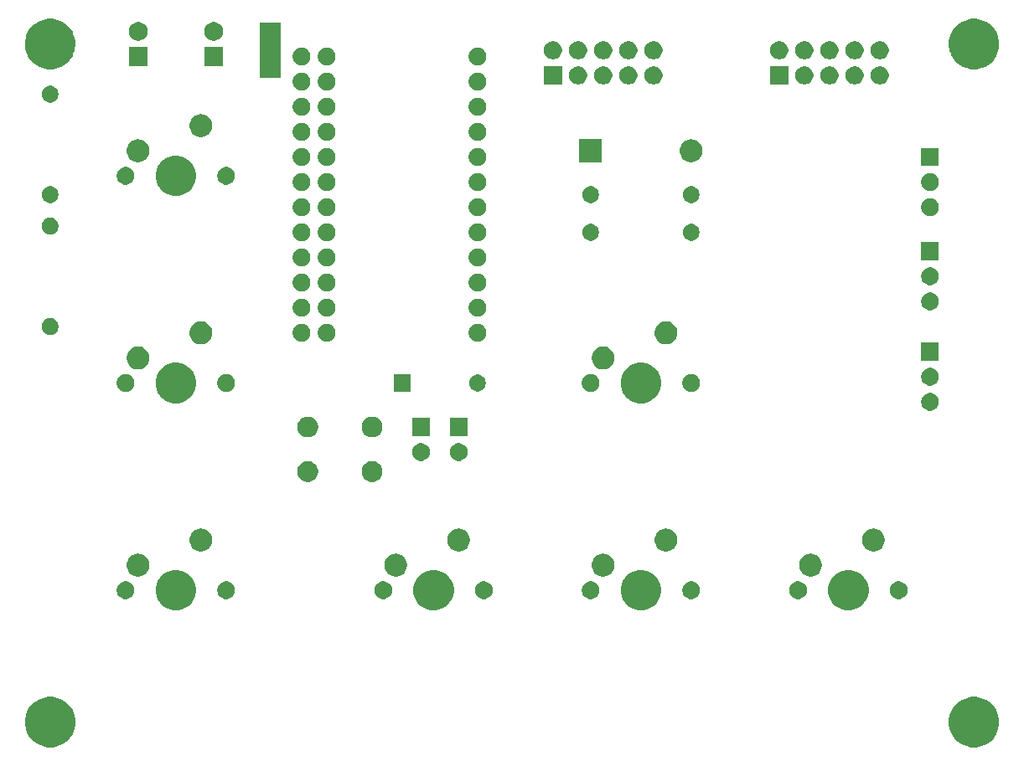
<source format=gts>
G04 #@! TF.GenerationSoftware,KiCad,Pcbnew,(5.1.5)-3*
G04 #@! TF.CreationDate,2020-12-07T02:19:46+01:00*
G04 #@! TF.ProjectId,C64 Joykey,43363420-4a6f-4796-9b65-792e6b696361,rev?*
G04 #@! TF.SameCoordinates,Original*
G04 #@! TF.FileFunction,Soldermask,Top*
G04 #@! TF.FilePolarity,Negative*
%FSLAX46Y46*%
G04 Gerber Fmt 4.6, Leading zero omitted, Abs format (unit mm)*
G04 Created by KiCad (PCBNEW (5.1.5)-3) date 2020-12-07 02:19:46*
%MOMM*%
%LPD*%
G04 APERTURE LIST*
%ADD10C,0.100000*%
G04 APERTURE END LIST*
D10*
G36*
X237987480Y-151803998D02*
G01*
X238233807Y-151852995D01*
X238697878Y-152045220D01*
X239115530Y-152324286D01*
X239470714Y-152679470D01*
X239749780Y-153097122D01*
X239942005Y-153561193D01*
X240040000Y-154053847D01*
X240040000Y-154556153D01*
X239942005Y-155048807D01*
X239749780Y-155512878D01*
X239470714Y-155930530D01*
X239115530Y-156285714D01*
X238697878Y-156564780D01*
X238233807Y-156757005D01*
X237987480Y-156806003D01*
X237741154Y-156855000D01*
X237238846Y-156855000D01*
X236992520Y-156806003D01*
X236746193Y-156757005D01*
X236282122Y-156564780D01*
X235864470Y-156285714D01*
X235509286Y-155930530D01*
X235230220Y-155512878D01*
X235037995Y-155048807D01*
X234940000Y-154556153D01*
X234940000Y-154053847D01*
X235037995Y-153561193D01*
X235230220Y-153097122D01*
X235509286Y-152679470D01*
X235864470Y-152324286D01*
X236282122Y-152045220D01*
X236746193Y-151852995D01*
X236992520Y-151803998D01*
X237238846Y-151755000D01*
X237741154Y-151755000D01*
X237987480Y-151803998D01*
G37*
G36*
X144642480Y-151803998D02*
G01*
X144888807Y-151852995D01*
X145352878Y-152045220D01*
X145770530Y-152324286D01*
X146125714Y-152679470D01*
X146404780Y-153097122D01*
X146597005Y-153561193D01*
X146695000Y-154053847D01*
X146695000Y-154556153D01*
X146597005Y-155048807D01*
X146404780Y-155512878D01*
X146125714Y-155930530D01*
X145770530Y-156285714D01*
X145352878Y-156564780D01*
X144888807Y-156757005D01*
X144642480Y-156806003D01*
X144396154Y-156855000D01*
X143893846Y-156855000D01*
X143647520Y-156806003D01*
X143401193Y-156757005D01*
X142937122Y-156564780D01*
X142519470Y-156285714D01*
X142164286Y-155930530D01*
X141885220Y-155512878D01*
X141692995Y-155048807D01*
X141595000Y-154556153D01*
X141595000Y-154053847D01*
X141692995Y-153561193D01*
X141885220Y-153097122D01*
X142164286Y-152679470D01*
X142519470Y-152324286D01*
X142937122Y-152045220D01*
X143401193Y-151852995D01*
X143647520Y-151803998D01*
X143893846Y-151755000D01*
X144396154Y-151755000D01*
X144642480Y-151803998D01*
G37*
G36*
X204433254Y-138997818D02*
G01*
X204806511Y-139152426D01*
X204806513Y-139152427D01*
X205142436Y-139376884D01*
X205428116Y-139662564D01*
X205652574Y-139998489D01*
X205807182Y-140371746D01*
X205886000Y-140767993D01*
X205886000Y-141172007D01*
X205807182Y-141568254D01*
X205652574Y-141941511D01*
X205652573Y-141941513D01*
X205428116Y-142277436D01*
X205142436Y-142563116D01*
X204806513Y-142787573D01*
X204806512Y-142787574D01*
X204806511Y-142787574D01*
X204433254Y-142942182D01*
X204037007Y-143021000D01*
X203632993Y-143021000D01*
X203236746Y-142942182D01*
X202863489Y-142787574D01*
X202863488Y-142787574D01*
X202863487Y-142787573D01*
X202527564Y-142563116D01*
X202241884Y-142277436D01*
X202017427Y-141941513D01*
X202017426Y-141941511D01*
X201862818Y-141568254D01*
X201784000Y-141172007D01*
X201784000Y-140767993D01*
X201862818Y-140371746D01*
X202017426Y-139998489D01*
X202241884Y-139662564D01*
X202527564Y-139376884D01*
X202863487Y-139152427D01*
X202863489Y-139152426D01*
X203236746Y-138997818D01*
X203632993Y-138919000D01*
X204037007Y-138919000D01*
X204433254Y-138997818D01*
G37*
G36*
X183478254Y-138997818D02*
G01*
X183851511Y-139152426D01*
X183851513Y-139152427D01*
X184187436Y-139376884D01*
X184473116Y-139662564D01*
X184697574Y-139998489D01*
X184852182Y-140371746D01*
X184931000Y-140767993D01*
X184931000Y-141172007D01*
X184852182Y-141568254D01*
X184697574Y-141941511D01*
X184697573Y-141941513D01*
X184473116Y-142277436D01*
X184187436Y-142563116D01*
X183851513Y-142787573D01*
X183851512Y-142787574D01*
X183851511Y-142787574D01*
X183478254Y-142942182D01*
X183082007Y-143021000D01*
X182677993Y-143021000D01*
X182281746Y-142942182D01*
X181908489Y-142787574D01*
X181908488Y-142787574D01*
X181908487Y-142787573D01*
X181572564Y-142563116D01*
X181286884Y-142277436D01*
X181062427Y-141941513D01*
X181062426Y-141941511D01*
X180907818Y-141568254D01*
X180829000Y-141172007D01*
X180829000Y-140767993D01*
X180907818Y-140371746D01*
X181062426Y-139998489D01*
X181286884Y-139662564D01*
X181572564Y-139376884D01*
X181908487Y-139152427D01*
X181908489Y-139152426D01*
X182281746Y-138997818D01*
X182677993Y-138919000D01*
X183082007Y-138919000D01*
X183478254Y-138997818D01*
G37*
G36*
X225388254Y-138997818D02*
G01*
X225761511Y-139152426D01*
X225761513Y-139152427D01*
X226097436Y-139376884D01*
X226383116Y-139662564D01*
X226607574Y-139998489D01*
X226762182Y-140371746D01*
X226841000Y-140767993D01*
X226841000Y-141172007D01*
X226762182Y-141568254D01*
X226607574Y-141941511D01*
X226607573Y-141941513D01*
X226383116Y-142277436D01*
X226097436Y-142563116D01*
X225761513Y-142787573D01*
X225761512Y-142787574D01*
X225761511Y-142787574D01*
X225388254Y-142942182D01*
X224992007Y-143021000D01*
X224587993Y-143021000D01*
X224191746Y-142942182D01*
X223818489Y-142787574D01*
X223818488Y-142787574D01*
X223818487Y-142787573D01*
X223482564Y-142563116D01*
X223196884Y-142277436D01*
X222972427Y-141941513D01*
X222972426Y-141941511D01*
X222817818Y-141568254D01*
X222739000Y-141172007D01*
X222739000Y-140767993D01*
X222817818Y-140371746D01*
X222972426Y-139998489D01*
X223196884Y-139662564D01*
X223482564Y-139376884D01*
X223818487Y-139152427D01*
X223818489Y-139152426D01*
X224191746Y-138997818D01*
X224587993Y-138919000D01*
X224992007Y-138919000D01*
X225388254Y-138997818D01*
G37*
G36*
X157443254Y-138997818D02*
G01*
X157816511Y-139152426D01*
X157816513Y-139152427D01*
X158152436Y-139376884D01*
X158438116Y-139662564D01*
X158662574Y-139998489D01*
X158817182Y-140371746D01*
X158896000Y-140767993D01*
X158896000Y-141172007D01*
X158817182Y-141568254D01*
X158662574Y-141941511D01*
X158662573Y-141941513D01*
X158438116Y-142277436D01*
X158152436Y-142563116D01*
X157816513Y-142787573D01*
X157816512Y-142787574D01*
X157816511Y-142787574D01*
X157443254Y-142942182D01*
X157047007Y-143021000D01*
X156642993Y-143021000D01*
X156246746Y-142942182D01*
X155873489Y-142787574D01*
X155873488Y-142787574D01*
X155873487Y-142787573D01*
X155537564Y-142563116D01*
X155251884Y-142277436D01*
X155027427Y-141941513D01*
X155027426Y-141941511D01*
X154872818Y-141568254D01*
X154794000Y-141172007D01*
X154794000Y-140767993D01*
X154872818Y-140371746D01*
X155027426Y-139998489D01*
X155251884Y-139662564D01*
X155537564Y-139376884D01*
X155873487Y-139152427D01*
X155873489Y-139152426D01*
X156246746Y-138997818D01*
X156642993Y-138919000D01*
X157047007Y-138919000D01*
X157443254Y-138997818D01*
G37*
G36*
X229983512Y-140073927D02*
G01*
X230132812Y-140103624D01*
X230296784Y-140171544D01*
X230444354Y-140270147D01*
X230569853Y-140395646D01*
X230668456Y-140543216D01*
X230736376Y-140707188D01*
X230771000Y-140881259D01*
X230771000Y-141058741D01*
X230736376Y-141232812D01*
X230668456Y-141396784D01*
X230569853Y-141544354D01*
X230444354Y-141669853D01*
X230296784Y-141768456D01*
X230132812Y-141836376D01*
X229983512Y-141866073D01*
X229958742Y-141871000D01*
X229781258Y-141871000D01*
X229756488Y-141866073D01*
X229607188Y-141836376D01*
X229443216Y-141768456D01*
X229295646Y-141669853D01*
X229170147Y-141544354D01*
X229071544Y-141396784D01*
X229003624Y-141232812D01*
X228969000Y-141058741D01*
X228969000Y-140881259D01*
X229003624Y-140707188D01*
X229071544Y-140543216D01*
X229170147Y-140395646D01*
X229295646Y-140270147D01*
X229443216Y-140171544D01*
X229607188Y-140103624D01*
X229756488Y-140073927D01*
X229781258Y-140069000D01*
X229958742Y-140069000D01*
X229983512Y-140073927D01*
G37*
G36*
X151878512Y-140073927D02*
G01*
X152027812Y-140103624D01*
X152191784Y-140171544D01*
X152339354Y-140270147D01*
X152464853Y-140395646D01*
X152563456Y-140543216D01*
X152631376Y-140707188D01*
X152666000Y-140881259D01*
X152666000Y-141058741D01*
X152631376Y-141232812D01*
X152563456Y-141396784D01*
X152464853Y-141544354D01*
X152339354Y-141669853D01*
X152191784Y-141768456D01*
X152027812Y-141836376D01*
X151878512Y-141866073D01*
X151853742Y-141871000D01*
X151676258Y-141871000D01*
X151651488Y-141866073D01*
X151502188Y-141836376D01*
X151338216Y-141768456D01*
X151190646Y-141669853D01*
X151065147Y-141544354D01*
X150966544Y-141396784D01*
X150898624Y-141232812D01*
X150864000Y-141058741D01*
X150864000Y-140881259D01*
X150898624Y-140707188D01*
X150966544Y-140543216D01*
X151065147Y-140395646D01*
X151190646Y-140270147D01*
X151338216Y-140171544D01*
X151502188Y-140103624D01*
X151651488Y-140073927D01*
X151676258Y-140069000D01*
X151853742Y-140069000D01*
X151878512Y-140073927D01*
G37*
G36*
X219823512Y-140073927D02*
G01*
X219972812Y-140103624D01*
X220136784Y-140171544D01*
X220284354Y-140270147D01*
X220409853Y-140395646D01*
X220508456Y-140543216D01*
X220576376Y-140707188D01*
X220611000Y-140881259D01*
X220611000Y-141058741D01*
X220576376Y-141232812D01*
X220508456Y-141396784D01*
X220409853Y-141544354D01*
X220284354Y-141669853D01*
X220136784Y-141768456D01*
X219972812Y-141836376D01*
X219823512Y-141866073D01*
X219798742Y-141871000D01*
X219621258Y-141871000D01*
X219596488Y-141866073D01*
X219447188Y-141836376D01*
X219283216Y-141768456D01*
X219135646Y-141669853D01*
X219010147Y-141544354D01*
X218911544Y-141396784D01*
X218843624Y-141232812D01*
X218809000Y-141058741D01*
X218809000Y-140881259D01*
X218843624Y-140707188D01*
X218911544Y-140543216D01*
X219010147Y-140395646D01*
X219135646Y-140270147D01*
X219283216Y-140171544D01*
X219447188Y-140103624D01*
X219596488Y-140073927D01*
X219621258Y-140069000D01*
X219798742Y-140069000D01*
X219823512Y-140073927D01*
G37*
G36*
X177913512Y-140073927D02*
G01*
X178062812Y-140103624D01*
X178226784Y-140171544D01*
X178374354Y-140270147D01*
X178499853Y-140395646D01*
X178598456Y-140543216D01*
X178666376Y-140707188D01*
X178701000Y-140881259D01*
X178701000Y-141058741D01*
X178666376Y-141232812D01*
X178598456Y-141396784D01*
X178499853Y-141544354D01*
X178374354Y-141669853D01*
X178226784Y-141768456D01*
X178062812Y-141836376D01*
X177913512Y-141866073D01*
X177888742Y-141871000D01*
X177711258Y-141871000D01*
X177686488Y-141866073D01*
X177537188Y-141836376D01*
X177373216Y-141768456D01*
X177225646Y-141669853D01*
X177100147Y-141544354D01*
X177001544Y-141396784D01*
X176933624Y-141232812D01*
X176899000Y-141058741D01*
X176899000Y-140881259D01*
X176933624Y-140707188D01*
X177001544Y-140543216D01*
X177100147Y-140395646D01*
X177225646Y-140270147D01*
X177373216Y-140171544D01*
X177537188Y-140103624D01*
X177686488Y-140073927D01*
X177711258Y-140069000D01*
X177888742Y-140069000D01*
X177913512Y-140073927D01*
G37*
G36*
X188073512Y-140073927D02*
G01*
X188222812Y-140103624D01*
X188386784Y-140171544D01*
X188534354Y-140270147D01*
X188659853Y-140395646D01*
X188758456Y-140543216D01*
X188826376Y-140707188D01*
X188861000Y-140881259D01*
X188861000Y-141058741D01*
X188826376Y-141232812D01*
X188758456Y-141396784D01*
X188659853Y-141544354D01*
X188534354Y-141669853D01*
X188386784Y-141768456D01*
X188222812Y-141836376D01*
X188073512Y-141866073D01*
X188048742Y-141871000D01*
X187871258Y-141871000D01*
X187846488Y-141866073D01*
X187697188Y-141836376D01*
X187533216Y-141768456D01*
X187385646Y-141669853D01*
X187260147Y-141544354D01*
X187161544Y-141396784D01*
X187093624Y-141232812D01*
X187059000Y-141058741D01*
X187059000Y-140881259D01*
X187093624Y-140707188D01*
X187161544Y-140543216D01*
X187260147Y-140395646D01*
X187385646Y-140270147D01*
X187533216Y-140171544D01*
X187697188Y-140103624D01*
X187846488Y-140073927D01*
X187871258Y-140069000D01*
X188048742Y-140069000D01*
X188073512Y-140073927D01*
G37*
G36*
X209028512Y-140073927D02*
G01*
X209177812Y-140103624D01*
X209341784Y-140171544D01*
X209489354Y-140270147D01*
X209614853Y-140395646D01*
X209713456Y-140543216D01*
X209781376Y-140707188D01*
X209816000Y-140881259D01*
X209816000Y-141058741D01*
X209781376Y-141232812D01*
X209713456Y-141396784D01*
X209614853Y-141544354D01*
X209489354Y-141669853D01*
X209341784Y-141768456D01*
X209177812Y-141836376D01*
X209028512Y-141866073D01*
X209003742Y-141871000D01*
X208826258Y-141871000D01*
X208801488Y-141866073D01*
X208652188Y-141836376D01*
X208488216Y-141768456D01*
X208340646Y-141669853D01*
X208215147Y-141544354D01*
X208116544Y-141396784D01*
X208048624Y-141232812D01*
X208014000Y-141058741D01*
X208014000Y-140881259D01*
X208048624Y-140707188D01*
X208116544Y-140543216D01*
X208215147Y-140395646D01*
X208340646Y-140270147D01*
X208488216Y-140171544D01*
X208652188Y-140103624D01*
X208801488Y-140073927D01*
X208826258Y-140069000D01*
X209003742Y-140069000D01*
X209028512Y-140073927D01*
G37*
G36*
X198868512Y-140073927D02*
G01*
X199017812Y-140103624D01*
X199181784Y-140171544D01*
X199329354Y-140270147D01*
X199454853Y-140395646D01*
X199553456Y-140543216D01*
X199621376Y-140707188D01*
X199656000Y-140881259D01*
X199656000Y-141058741D01*
X199621376Y-141232812D01*
X199553456Y-141396784D01*
X199454853Y-141544354D01*
X199329354Y-141669853D01*
X199181784Y-141768456D01*
X199017812Y-141836376D01*
X198868512Y-141866073D01*
X198843742Y-141871000D01*
X198666258Y-141871000D01*
X198641488Y-141866073D01*
X198492188Y-141836376D01*
X198328216Y-141768456D01*
X198180646Y-141669853D01*
X198055147Y-141544354D01*
X197956544Y-141396784D01*
X197888624Y-141232812D01*
X197854000Y-141058741D01*
X197854000Y-140881259D01*
X197888624Y-140707188D01*
X197956544Y-140543216D01*
X198055147Y-140395646D01*
X198180646Y-140270147D01*
X198328216Y-140171544D01*
X198492188Y-140103624D01*
X198641488Y-140073927D01*
X198666258Y-140069000D01*
X198843742Y-140069000D01*
X198868512Y-140073927D01*
G37*
G36*
X162038512Y-140073927D02*
G01*
X162187812Y-140103624D01*
X162351784Y-140171544D01*
X162499354Y-140270147D01*
X162624853Y-140395646D01*
X162723456Y-140543216D01*
X162791376Y-140707188D01*
X162826000Y-140881259D01*
X162826000Y-141058741D01*
X162791376Y-141232812D01*
X162723456Y-141396784D01*
X162624853Y-141544354D01*
X162499354Y-141669853D01*
X162351784Y-141768456D01*
X162187812Y-141836376D01*
X162038512Y-141866073D01*
X162013742Y-141871000D01*
X161836258Y-141871000D01*
X161811488Y-141866073D01*
X161662188Y-141836376D01*
X161498216Y-141768456D01*
X161350646Y-141669853D01*
X161225147Y-141544354D01*
X161126544Y-141396784D01*
X161058624Y-141232812D01*
X161024000Y-141058741D01*
X161024000Y-140881259D01*
X161058624Y-140707188D01*
X161126544Y-140543216D01*
X161225147Y-140395646D01*
X161350646Y-140270147D01*
X161498216Y-140171544D01*
X161662188Y-140103624D01*
X161811488Y-140073927D01*
X161836258Y-140069000D01*
X162013742Y-140069000D01*
X162038512Y-140073927D01*
G37*
G36*
X153259549Y-137301116D02*
G01*
X153370734Y-137323232D01*
X153580203Y-137409997D01*
X153768720Y-137535960D01*
X153929040Y-137696280D01*
X154055003Y-137884797D01*
X154141768Y-138094266D01*
X154186000Y-138316636D01*
X154186000Y-138543364D01*
X154141768Y-138765734D01*
X154055003Y-138975203D01*
X153929040Y-139163720D01*
X153768720Y-139324040D01*
X153580203Y-139450003D01*
X153370734Y-139536768D01*
X153259549Y-139558884D01*
X153148365Y-139581000D01*
X152921635Y-139581000D01*
X152810451Y-139558884D01*
X152699266Y-139536768D01*
X152489797Y-139450003D01*
X152301280Y-139324040D01*
X152140960Y-139163720D01*
X152014997Y-138975203D01*
X151928232Y-138765734D01*
X151884000Y-138543364D01*
X151884000Y-138316636D01*
X151928232Y-138094266D01*
X152014997Y-137884797D01*
X152140960Y-137696280D01*
X152301280Y-137535960D01*
X152489797Y-137409997D01*
X152699266Y-137323232D01*
X152810451Y-137301116D01*
X152921635Y-137279000D01*
X153148365Y-137279000D01*
X153259549Y-137301116D01*
G37*
G36*
X221204549Y-137301116D02*
G01*
X221315734Y-137323232D01*
X221525203Y-137409997D01*
X221713720Y-137535960D01*
X221874040Y-137696280D01*
X222000003Y-137884797D01*
X222086768Y-138094266D01*
X222131000Y-138316636D01*
X222131000Y-138543364D01*
X222086768Y-138765734D01*
X222000003Y-138975203D01*
X221874040Y-139163720D01*
X221713720Y-139324040D01*
X221525203Y-139450003D01*
X221315734Y-139536768D01*
X221204549Y-139558884D01*
X221093365Y-139581000D01*
X220866635Y-139581000D01*
X220755451Y-139558884D01*
X220644266Y-139536768D01*
X220434797Y-139450003D01*
X220246280Y-139324040D01*
X220085960Y-139163720D01*
X219959997Y-138975203D01*
X219873232Y-138765734D01*
X219829000Y-138543364D01*
X219829000Y-138316636D01*
X219873232Y-138094266D01*
X219959997Y-137884797D01*
X220085960Y-137696280D01*
X220246280Y-137535960D01*
X220434797Y-137409997D01*
X220644266Y-137323232D01*
X220755451Y-137301116D01*
X220866635Y-137279000D01*
X221093365Y-137279000D01*
X221204549Y-137301116D01*
G37*
G36*
X200249549Y-137301116D02*
G01*
X200360734Y-137323232D01*
X200570203Y-137409997D01*
X200758720Y-137535960D01*
X200919040Y-137696280D01*
X201045003Y-137884797D01*
X201131768Y-138094266D01*
X201176000Y-138316636D01*
X201176000Y-138543364D01*
X201131768Y-138765734D01*
X201045003Y-138975203D01*
X200919040Y-139163720D01*
X200758720Y-139324040D01*
X200570203Y-139450003D01*
X200360734Y-139536768D01*
X200249549Y-139558884D01*
X200138365Y-139581000D01*
X199911635Y-139581000D01*
X199800451Y-139558884D01*
X199689266Y-139536768D01*
X199479797Y-139450003D01*
X199291280Y-139324040D01*
X199130960Y-139163720D01*
X199004997Y-138975203D01*
X198918232Y-138765734D01*
X198874000Y-138543364D01*
X198874000Y-138316636D01*
X198918232Y-138094266D01*
X199004997Y-137884797D01*
X199130960Y-137696280D01*
X199291280Y-137535960D01*
X199479797Y-137409997D01*
X199689266Y-137323232D01*
X199800451Y-137301116D01*
X199911635Y-137279000D01*
X200138365Y-137279000D01*
X200249549Y-137301116D01*
G37*
G36*
X179294549Y-137301116D02*
G01*
X179405734Y-137323232D01*
X179615203Y-137409997D01*
X179803720Y-137535960D01*
X179964040Y-137696280D01*
X180090003Y-137884797D01*
X180176768Y-138094266D01*
X180221000Y-138316636D01*
X180221000Y-138543364D01*
X180176768Y-138765734D01*
X180090003Y-138975203D01*
X179964040Y-139163720D01*
X179803720Y-139324040D01*
X179615203Y-139450003D01*
X179405734Y-139536768D01*
X179294549Y-139558884D01*
X179183365Y-139581000D01*
X178956635Y-139581000D01*
X178845451Y-139558884D01*
X178734266Y-139536768D01*
X178524797Y-139450003D01*
X178336280Y-139324040D01*
X178175960Y-139163720D01*
X178049997Y-138975203D01*
X177963232Y-138765734D01*
X177919000Y-138543364D01*
X177919000Y-138316636D01*
X177963232Y-138094266D01*
X178049997Y-137884797D01*
X178175960Y-137696280D01*
X178336280Y-137535960D01*
X178524797Y-137409997D01*
X178734266Y-137323232D01*
X178845451Y-137301116D01*
X178956635Y-137279000D01*
X179183365Y-137279000D01*
X179294549Y-137301116D01*
G37*
G36*
X185644549Y-134761116D02*
G01*
X185755734Y-134783232D01*
X185965203Y-134869997D01*
X186153720Y-134995960D01*
X186314040Y-135156280D01*
X186440003Y-135344797D01*
X186526768Y-135554266D01*
X186571000Y-135776636D01*
X186571000Y-136003364D01*
X186526768Y-136225734D01*
X186440003Y-136435203D01*
X186314040Y-136623720D01*
X186153720Y-136784040D01*
X185965203Y-136910003D01*
X185755734Y-136996768D01*
X185644549Y-137018884D01*
X185533365Y-137041000D01*
X185306635Y-137041000D01*
X185195451Y-137018884D01*
X185084266Y-136996768D01*
X184874797Y-136910003D01*
X184686280Y-136784040D01*
X184525960Y-136623720D01*
X184399997Y-136435203D01*
X184313232Y-136225734D01*
X184269000Y-136003364D01*
X184269000Y-135776636D01*
X184313232Y-135554266D01*
X184399997Y-135344797D01*
X184525960Y-135156280D01*
X184686280Y-134995960D01*
X184874797Y-134869997D01*
X185084266Y-134783232D01*
X185195451Y-134761116D01*
X185306635Y-134739000D01*
X185533365Y-134739000D01*
X185644549Y-134761116D01*
G37*
G36*
X159609549Y-134761116D02*
G01*
X159720734Y-134783232D01*
X159930203Y-134869997D01*
X160118720Y-134995960D01*
X160279040Y-135156280D01*
X160405003Y-135344797D01*
X160491768Y-135554266D01*
X160536000Y-135776636D01*
X160536000Y-136003364D01*
X160491768Y-136225734D01*
X160405003Y-136435203D01*
X160279040Y-136623720D01*
X160118720Y-136784040D01*
X159930203Y-136910003D01*
X159720734Y-136996768D01*
X159609549Y-137018884D01*
X159498365Y-137041000D01*
X159271635Y-137041000D01*
X159160451Y-137018884D01*
X159049266Y-136996768D01*
X158839797Y-136910003D01*
X158651280Y-136784040D01*
X158490960Y-136623720D01*
X158364997Y-136435203D01*
X158278232Y-136225734D01*
X158234000Y-136003364D01*
X158234000Y-135776636D01*
X158278232Y-135554266D01*
X158364997Y-135344797D01*
X158490960Y-135156280D01*
X158651280Y-134995960D01*
X158839797Y-134869997D01*
X159049266Y-134783232D01*
X159160451Y-134761116D01*
X159271635Y-134739000D01*
X159498365Y-134739000D01*
X159609549Y-134761116D01*
G37*
G36*
X227554549Y-134761116D02*
G01*
X227665734Y-134783232D01*
X227875203Y-134869997D01*
X228063720Y-134995960D01*
X228224040Y-135156280D01*
X228350003Y-135344797D01*
X228436768Y-135554266D01*
X228481000Y-135776636D01*
X228481000Y-136003364D01*
X228436768Y-136225734D01*
X228350003Y-136435203D01*
X228224040Y-136623720D01*
X228063720Y-136784040D01*
X227875203Y-136910003D01*
X227665734Y-136996768D01*
X227554549Y-137018884D01*
X227443365Y-137041000D01*
X227216635Y-137041000D01*
X227105451Y-137018884D01*
X226994266Y-136996768D01*
X226784797Y-136910003D01*
X226596280Y-136784040D01*
X226435960Y-136623720D01*
X226309997Y-136435203D01*
X226223232Y-136225734D01*
X226179000Y-136003364D01*
X226179000Y-135776636D01*
X226223232Y-135554266D01*
X226309997Y-135344797D01*
X226435960Y-135156280D01*
X226596280Y-134995960D01*
X226784797Y-134869997D01*
X226994266Y-134783232D01*
X227105451Y-134761116D01*
X227216635Y-134739000D01*
X227443365Y-134739000D01*
X227554549Y-134761116D01*
G37*
G36*
X206599549Y-134761116D02*
G01*
X206710734Y-134783232D01*
X206920203Y-134869997D01*
X207108720Y-134995960D01*
X207269040Y-135156280D01*
X207395003Y-135344797D01*
X207481768Y-135554266D01*
X207526000Y-135776636D01*
X207526000Y-136003364D01*
X207481768Y-136225734D01*
X207395003Y-136435203D01*
X207269040Y-136623720D01*
X207108720Y-136784040D01*
X206920203Y-136910003D01*
X206710734Y-136996768D01*
X206599549Y-137018884D01*
X206488365Y-137041000D01*
X206261635Y-137041000D01*
X206150451Y-137018884D01*
X206039266Y-136996768D01*
X205829797Y-136910003D01*
X205641280Y-136784040D01*
X205480960Y-136623720D01*
X205354997Y-136435203D01*
X205268232Y-136225734D01*
X205224000Y-136003364D01*
X205224000Y-135776636D01*
X205268232Y-135554266D01*
X205354997Y-135344797D01*
X205480960Y-135156280D01*
X205641280Y-134995960D01*
X205829797Y-134869997D01*
X206039266Y-134783232D01*
X206150451Y-134761116D01*
X206261635Y-134739000D01*
X206488365Y-134739000D01*
X206599549Y-134761116D01*
G37*
G36*
X176986564Y-127949389D02*
G01*
X177177833Y-128028615D01*
X177177835Y-128028616D01*
X177349973Y-128143635D01*
X177496365Y-128290027D01*
X177611385Y-128462167D01*
X177690611Y-128653436D01*
X177731000Y-128856484D01*
X177731000Y-129063516D01*
X177690611Y-129266564D01*
X177611385Y-129457833D01*
X177611384Y-129457835D01*
X177496365Y-129629973D01*
X177349973Y-129776365D01*
X177177835Y-129891384D01*
X177177834Y-129891385D01*
X177177833Y-129891385D01*
X176986564Y-129970611D01*
X176783516Y-130011000D01*
X176576484Y-130011000D01*
X176373436Y-129970611D01*
X176182167Y-129891385D01*
X176182166Y-129891385D01*
X176182165Y-129891384D01*
X176010027Y-129776365D01*
X175863635Y-129629973D01*
X175748616Y-129457835D01*
X175748615Y-129457833D01*
X175669389Y-129266564D01*
X175629000Y-129063516D01*
X175629000Y-128856484D01*
X175669389Y-128653436D01*
X175748615Y-128462167D01*
X175863635Y-128290027D01*
X176010027Y-128143635D01*
X176182165Y-128028616D01*
X176182167Y-128028615D01*
X176373436Y-127949389D01*
X176576484Y-127909000D01*
X176783516Y-127909000D01*
X176986564Y-127949389D01*
G37*
G36*
X170486564Y-127949389D02*
G01*
X170677833Y-128028615D01*
X170677835Y-128028616D01*
X170849973Y-128143635D01*
X170996365Y-128290027D01*
X171111385Y-128462167D01*
X171190611Y-128653436D01*
X171231000Y-128856484D01*
X171231000Y-129063516D01*
X171190611Y-129266564D01*
X171111385Y-129457833D01*
X171111384Y-129457835D01*
X170996365Y-129629973D01*
X170849973Y-129776365D01*
X170677835Y-129891384D01*
X170677834Y-129891385D01*
X170677833Y-129891385D01*
X170486564Y-129970611D01*
X170283516Y-130011000D01*
X170076484Y-130011000D01*
X169873436Y-129970611D01*
X169682167Y-129891385D01*
X169682166Y-129891385D01*
X169682165Y-129891384D01*
X169510027Y-129776365D01*
X169363635Y-129629973D01*
X169248616Y-129457835D01*
X169248615Y-129457833D01*
X169169389Y-129266564D01*
X169129000Y-129063516D01*
X169129000Y-128856484D01*
X169169389Y-128653436D01*
X169248615Y-128462167D01*
X169363635Y-128290027D01*
X169510027Y-128143635D01*
X169682165Y-128028616D01*
X169682167Y-128028615D01*
X169873436Y-127949389D01*
X170076484Y-127909000D01*
X170283516Y-127909000D01*
X170486564Y-127949389D01*
G37*
G36*
X181723512Y-126103927D02*
G01*
X181872812Y-126133624D01*
X182036784Y-126201544D01*
X182184354Y-126300147D01*
X182309853Y-126425646D01*
X182408456Y-126573216D01*
X182476376Y-126737188D01*
X182511000Y-126911259D01*
X182511000Y-127088741D01*
X182476376Y-127262812D01*
X182408456Y-127426784D01*
X182309853Y-127574354D01*
X182184354Y-127699853D01*
X182036784Y-127798456D01*
X181872812Y-127866376D01*
X181723512Y-127896073D01*
X181698742Y-127901000D01*
X181521258Y-127901000D01*
X181496488Y-127896073D01*
X181347188Y-127866376D01*
X181183216Y-127798456D01*
X181035646Y-127699853D01*
X180910147Y-127574354D01*
X180811544Y-127426784D01*
X180743624Y-127262812D01*
X180709000Y-127088741D01*
X180709000Y-126911259D01*
X180743624Y-126737188D01*
X180811544Y-126573216D01*
X180910147Y-126425646D01*
X181035646Y-126300147D01*
X181183216Y-126201544D01*
X181347188Y-126133624D01*
X181496488Y-126103927D01*
X181521258Y-126099000D01*
X181698742Y-126099000D01*
X181723512Y-126103927D01*
G37*
G36*
X185533512Y-126103927D02*
G01*
X185682812Y-126133624D01*
X185846784Y-126201544D01*
X185994354Y-126300147D01*
X186119853Y-126425646D01*
X186218456Y-126573216D01*
X186286376Y-126737188D01*
X186321000Y-126911259D01*
X186321000Y-127088741D01*
X186286376Y-127262812D01*
X186218456Y-127426784D01*
X186119853Y-127574354D01*
X185994354Y-127699853D01*
X185846784Y-127798456D01*
X185682812Y-127866376D01*
X185533512Y-127896073D01*
X185508742Y-127901000D01*
X185331258Y-127901000D01*
X185306488Y-127896073D01*
X185157188Y-127866376D01*
X184993216Y-127798456D01*
X184845646Y-127699853D01*
X184720147Y-127574354D01*
X184621544Y-127426784D01*
X184553624Y-127262812D01*
X184519000Y-127088741D01*
X184519000Y-126911259D01*
X184553624Y-126737188D01*
X184621544Y-126573216D01*
X184720147Y-126425646D01*
X184845646Y-126300147D01*
X184993216Y-126201544D01*
X185157188Y-126133624D01*
X185306488Y-126103927D01*
X185331258Y-126099000D01*
X185508742Y-126099000D01*
X185533512Y-126103927D01*
G37*
G36*
X176986564Y-123449389D02*
G01*
X177177833Y-123528615D01*
X177177835Y-123528616D01*
X177349973Y-123643635D01*
X177496365Y-123790027D01*
X177611385Y-123962167D01*
X177690611Y-124153436D01*
X177731000Y-124356484D01*
X177731000Y-124563516D01*
X177690611Y-124766564D01*
X177611385Y-124957833D01*
X177611384Y-124957835D01*
X177496365Y-125129973D01*
X177349973Y-125276365D01*
X177177835Y-125391384D01*
X177177834Y-125391385D01*
X177177833Y-125391385D01*
X176986564Y-125470611D01*
X176783516Y-125511000D01*
X176576484Y-125511000D01*
X176373436Y-125470611D01*
X176182167Y-125391385D01*
X176182166Y-125391385D01*
X176182165Y-125391384D01*
X176010027Y-125276365D01*
X175863635Y-125129973D01*
X175748616Y-124957835D01*
X175748615Y-124957833D01*
X175669389Y-124766564D01*
X175629000Y-124563516D01*
X175629000Y-124356484D01*
X175669389Y-124153436D01*
X175748615Y-123962167D01*
X175863635Y-123790027D01*
X176010027Y-123643635D01*
X176182165Y-123528616D01*
X176182167Y-123528615D01*
X176373436Y-123449389D01*
X176576484Y-123409000D01*
X176783516Y-123409000D01*
X176986564Y-123449389D01*
G37*
G36*
X170486564Y-123449389D02*
G01*
X170677833Y-123528615D01*
X170677835Y-123528616D01*
X170849973Y-123643635D01*
X170996365Y-123790027D01*
X171111385Y-123962167D01*
X171190611Y-124153436D01*
X171231000Y-124356484D01*
X171231000Y-124563516D01*
X171190611Y-124766564D01*
X171111385Y-124957833D01*
X171111384Y-124957835D01*
X170996365Y-125129973D01*
X170849973Y-125276365D01*
X170677835Y-125391384D01*
X170677834Y-125391385D01*
X170677833Y-125391385D01*
X170486564Y-125470611D01*
X170283516Y-125511000D01*
X170076484Y-125511000D01*
X169873436Y-125470611D01*
X169682167Y-125391385D01*
X169682166Y-125391385D01*
X169682165Y-125391384D01*
X169510027Y-125276365D01*
X169363635Y-125129973D01*
X169248616Y-124957835D01*
X169248615Y-124957833D01*
X169169389Y-124766564D01*
X169129000Y-124563516D01*
X169129000Y-124356484D01*
X169169389Y-124153436D01*
X169248615Y-123962167D01*
X169363635Y-123790027D01*
X169510027Y-123643635D01*
X169682165Y-123528616D01*
X169682167Y-123528615D01*
X169873436Y-123449389D01*
X170076484Y-123409000D01*
X170283516Y-123409000D01*
X170486564Y-123449389D01*
G37*
G36*
X186321000Y-125361000D02*
G01*
X184519000Y-125361000D01*
X184519000Y-123559000D01*
X186321000Y-123559000D01*
X186321000Y-125361000D01*
G37*
G36*
X182511000Y-125361000D02*
G01*
X180709000Y-125361000D01*
X180709000Y-123559000D01*
X182511000Y-123559000D01*
X182511000Y-125361000D01*
G37*
G36*
X233158512Y-121023927D02*
G01*
X233307812Y-121053624D01*
X233471784Y-121121544D01*
X233619354Y-121220147D01*
X233744853Y-121345646D01*
X233843456Y-121493216D01*
X233911376Y-121657188D01*
X233946000Y-121831259D01*
X233946000Y-122008741D01*
X233911376Y-122182812D01*
X233843456Y-122346784D01*
X233744853Y-122494354D01*
X233619354Y-122619853D01*
X233471784Y-122718456D01*
X233307812Y-122786376D01*
X233158512Y-122816073D01*
X233133742Y-122821000D01*
X232956258Y-122821000D01*
X232931488Y-122816073D01*
X232782188Y-122786376D01*
X232618216Y-122718456D01*
X232470646Y-122619853D01*
X232345147Y-122494354D01*
X232246544Y-122346784D01*
X232178624Y-122182812D01*
X232144000Y-122008741D01*
X232144000Y-121831259D01*
X232178624Y-121657188D01*
X232246544Y-121493216D01*
X232345147Y-121345646D01*
X232470646Y-121220147D01*
X232618216Y-121121544D01*
X232782188Y-121053624D01*
X232931488Y-121023927D01*
X232956258Y-121019000D01*
X233133742Y-121019000D01*
X233158512Y-121023927D01*
G37*
G36*
X204433254Y-118042818D02*
G01*
X204806511Y-118197426D01*
X204806513Y-118197427D01*
X205142436Y-118421884D01*
X205428116Y-118707564D01*
X205592256Y-118953216D01*
X205652574Y-119043489D01*
X205807182Y-119416746D01*
X205886000Y-119812993D01*
X205886000Y-120217007D01*
X205807182Y-120613254D01*
X205652574Y-120986511D01*
X205652573Y-120986513D01*
X205428116Y-121322436D01*
X205142436Y-121608116D01*
X204806513Y-121832573D01*
X204806512Y-121832574D01*
X204806511Y-121832574D01*
X204433254Y-121987182D01*
X204037007Y-122066000D01*
X203632993Y-122066000D01*
X203236746Y-121987182D01*
X202863489Y-121832574D01*
X202863488Y-121832574D01*
X202863487Y-121832573D01*
X202527564Y-121608116D01*
X202241884Y-121322436D01*
X202017427Y-120986513D01*
X202017426Y-120986511D01*
X201862818Y-120613254D01*
X201784000Y-120217007D01*
X201784000Y-119812993D01*
X201862818Y-119416746D01*
X202017426Y-119043489D01*
X202077745Y-118953216D01*
X202241884Y-118707564D01*
X202527564Y-118421884D01*
X202863487Y-118197427D01*
X202863489Y-118197426D01*
X203236746Y-118042818D01*
X203632993Y-117964000D01*
X204037007Y-117964000D01*
X204433254Y-118042818D01*
G37*
G36*
X157443254Y-118042818D02*
G01*
X157816511Y-118197426D01*
X157816513Y-118197427D01*
X158152436Y-118421884D01*
X158438116Y-118707564D01*
X158602256Y-118953216D01*
X158662574Y-119043489D01*
X158817182Y-119416746D01*
X158896000Y-119812993D01*
X158896000Y-120217007D01*
X158817182Y-120613254D01*
X158662574Y-120986511D01*
X158662573Y-120986513D01*
X158438116Y-121322436D01*
X158152436Y-121608116D01*
X157816513Y-121832573D01*
X157816512Y-121832574D01*
X157816511Y-121832574D01*
X157443254Y-121987182D01*
X157047007Y-122066000D01*
X156642993Y-122066000D01*
X156246746Y-121987182D01*
X155873489Y-121832574D01*
X155873488Y-121832574D01*
X155873487Y-121832573D01*
X155537564Y-121608116D01*
X155251884Y-121322436D01*
X155027427Y-120986513D01*
X155027426Y-120986511D01*
X154872818Y-120613254D01*
X154794000Y-120217007D01*
X154794000Y-119812993D01*
X154872818Y-119416746D01*
X155027426Y-119043489D01*
X155087745Y-118953216D01*
X155251884Y-118707564D01*
X155537564Y-118421884D01*
X155873487Y-118197427D01*
X155873489Y-118197426D01*
X156246746Y-118042818D01*
X156642993Y-117964000D01*
X157047007Y-117964000D01*
X157443254Y-118042818D01*
G37*
G36*
X198859769Y-119117188D02*
G01*
X199017812Y-119148624D01*
X199181784Y-119216544D01*
X199329354Y-119315147D01*
X199454853Y-119440646D01*
X199553456Y-119588216D01*
X199621376Y-119752188D01*
X199656000Y-119926259D01*
X199656000Y-120103741D01*
X199621376Y-120277812D01*
X199553456Y-120441784D01*
X199454853Y-120589354D01*
X199329354Y-120714853D01*
X199181784Y-120813456D01*
X199017812Y-120881376D01*
X198868512Y-120911073D01*
X198843742Y-120916000D01*
X198666258Y-120916000D01*
X198641488Y-120911073D01*
X198492188Y-120881376D01*
X198328216Y-120813456D01*
X198180646Y-120714853D01*
X198055147Y-120589354D01*
X197956544Y-120441784D01*
X197888624Y-120277812D01*
X197854000Y-120103741D01*
X197854000Y-119926259D01*
X197888624Y-119752188D01*
X197956544Y-119588216D01*
X198055147Y-119440646D01*
X198180646Y-119315147D01*
X198328216Y-119216544D01*
X198492188Y-119148624D01*
X198650231Y-119117188D01*
X198666258Y-119114000D01*
X198843742Y-119114000D01*
X198859769Y-119117188D01*
G37*
G36*
X209019769Y-119117188D02*
G01*
X209177812Y-119148624D01*
X209341784Y-119216544D01*
X209489354Y-119315147D01*
X209614853Y-119440646D01*
X209713456Y-119588216D01*
X209781376Y-119752188D01*
X209816000Y-119926259D01*
X209816000Y-120103741D01*
X209781376Y-120277812D01*
X209713456Y-120441784D01*
X209614853Y-120589354D01*
X209489354Y-120714853D01*
X209341784Y-120813456D01*
X209177812Y-120881376D01*
X209028512Y-120911073D01*
X209003742Y-120916000D01*
X208826258Y-120916000D01*
X208801488Y-120911073D01*
X208652188Y-120881376D01*
X208488216Y-120813456D01*
X208340646Y-120714853D01*
X208215147Y-120589354D01*
X208116544Y-120441784D01*
X208048624Y-120277812D01*
X208014000Y-120103741D01*
X208014000Y-119926259D01*
X208048624Y-119752188D01*
X208116544Y-119588216D01*
X208215147Y-119440646D01*
X208340646Y-119315147D01*
X208488216Y-119216544D01*
X208652188Y-119148624D01*
X208810231Y-119117188D01*
X208826258Y-119114000D01*
X209003742Y-119114000D01*
X209019769Y-119117188D01*
G37*
G36*
X151869769Y-119117188D02*
G01*
X152027812Y-119148624D01*
X152191784Y-119216544D01*
X152339354Y-119315147D01*
X152464853Y-119440646D01*
X152563456Y-119588216D01*
X152631376Y-119752188D01*
X152666000Y-119926259D01*
X152666000Y-120103741D01*
X152631376Y-120277812D01*
X152563456Y-120441784D01*
X152464853Y-120589354D01*
X152339354Y-120714853D01*
X152191784Y-120813456D01*
X152027812Y-120881376D01*
X151878512Y-120911073D01*
X151853742Y-120916000D01*
X151676258Y-120916000D01*
X151651488Y-120911073D01*
X151502188Y-120881376D01*
X151338216Y-120813456D01*
X151190646Y-120714853D01*
X151065147Y-120589354D01*
X150966544Y-120441784D01*
X150898624Y-120277812D01*
X150864000Y-120103741D01*
X150864000Y-119926259D01*
X150898624Y-119752188D01*
X150966544Y-119588216D01*
X151065147Y-119440646D01*
X151190646Y-119315147D01*
X151338216Y-119216544D01*
X151502188Y-119148624D01*
X151660231Y-119117188D01*
X151676258Y-119114000D01*
X151853742Y-119114000D01*
X151869769Y-119117188D01*
G37*
G36*
X162029769Y-119117188D02*
G01*
X162187812Y-119148624D01*
X162351784Y-119216544D01*
X162499354Y-119315147D01*
X162624853Y-119440646D01*
X162723456Y-119588216D01*
X162791376Y-119752188D01*
X162826000Y-119926259D01*
X162826000Y-120103741D01*
X162791376Y-120277812D01*
X162723456Y-120441784D01*
X162624853Y-120589354D01*
X162499354Y-120714853D01*
X162351784Y-120813456D01*
X162187812Y-120881376D01*
X162038512Y-120911073D01*
X162013742Y-120916000D01*
X161836258Y-120916000D01*
X161811488Y-120911073D01*
X161662188Y-120881376D01*
X161498216Y-120813456D01*
X161350646Y-120714853D01*
X161225147Y-120589354D01*
X161126544Y-120441784D01*
X161058624Y-120277812D01*
X161024000Y-120103741D01*
X161024000Y-119926259D01*
X161058624Y-119752188D01*
X161126544Y-119588216D01*
X161225147Y-119440646D01*
X161350646Y-119315147D01*
X161498216Y-119216544D01*
X161662188Y-119148624D01*
X161820231Y-119117188D01*
X161836258Y-119114000D01*
X162013742Y-119114000D01*
X162029769Y-119117188D01*
G37*
G36*
X187573228Y-119196703D02*
G01*
X187728100Y-119260853D01*
X187867481Y-119353985D01*
X187986015Y-119472519D01*
X188079147Y-119611900D01*
X188143297Y-119766772D01*
X188176000Y-119931184D01*
X188176000Y-120098816D01*
X188143297Y-120263228D01*
X188079147Y-120418100D01*
X187986015Y-120557481D01*
X187867481Y-120676015D01*
X187728100Y-120769147D01*
X187573228Y-120833297D01*
X187408816Y-120866000D01*
X187241184Y-120866000D01*
X187076772Y-120833297D01*
X186921900Y-120769147D01*
X186782519Y-120676015D01*
X186663985Y-120557481D01*
X186570853Y-120418100D01*
X186506703Y-120263228D01*
X186474000Y-120098816D01*
X186474000Y-119931184D01*
X186506703Y-119766772D01*
X186570853Y-119611900D01*
X186663985Y-119472519D01*
X186782519Y-119353985D01*
X186921900Y-119260853D01*
X187076772Y-119196703D01*
X187241184Y-119164000D01*
X187408816Y-119164000D01*
X187573228Y-119196703D01*
G37*
G36*
X180556000Y-120866000D02*
G01*
X178854000Y-120866000D01*
X178854000Y-119164000D01*
X180556000Y-119164000D01*
X180556000Y-120866000D01*
G37*
G36*
X233158512Y-118483927D02*
G01*
X233307812Y-118513624D01*
X233471784Y-118581544D01*
X233619354Y-118680147D01*
X233744853Y-118805646D01*
X233843456Y-118953216D01*
X233911376Y-119117188D01*
X233946000Y-119291259D01*
X233946000Y-119468741D01*
X233911376Y-119642812D01*
X233843456Y-119806784D01*
X233744853Y-119954354D01*
X233619354Y-120079853D01*
X233471784Y-120178456D01*
X233307812Y-120246376D01*
X233158512Y-120276073D01*
X233133742Y-120281000D01*
X232956258Y-120281000D01*
X232931488Y-120276073D01*
X232782188Y-120246376D01*
X232618216Y-120178456D01*
X232470646Y-120079853D01*
X232345147Y-119954354D01*
X232246544Y-119806784D01*
X232178624Y-119642812D01*
X232144000Y-119468741D01*
X232144000Y-119291259D01*
X232178624Y-119117188D01*
X232246544Y-118953216D01*
X232345147Y-118805646D01*
X232470646Y-118680147D01*
X232618216Y-118581544D01*
X232782188Y-118513624D01*
X232931488Y-118483927D01*
X232956258Y-118479000D01*
X233133742Y-118479000D01*
X233158512Y-118483927D01*
G37*
G36*
X153259549Y-116346116D02*
G01*
X153370734Y-116368232D01*
X153580203Y-116454997D01*
X153768720Y-116580960D01*
X153929040Y-116741280D01*
X154055003Y-116929797D01*
X154141768Y-117139266D01*
X154186000Y-117361636D01*
X154186000Y-117588364D01*
X154141768Y-117810734D01*
X154055003Y-118020203D01*
X153929040Y-118208720D01*
X153768720Y-118369040D01*
X153580203Y-118495003D01*
X153370734Y-118581768D01*
X153259549Y-118603884D01*
X153148365Y-118626000D01*
X152921635Y-118626000D01*
X152810451Y-118603884D01*
X152699266Y-118581768D01*
X152489797Y-118495003D01*
X152301280Y-118369040D01*
X152140960Y-118208720D01*
X152014997Y-118020203D01*
X151928232Y-117810734D01*
X151884000Y-117588364D01*
X151884000Y-117361636D01*
X151928232Y-117139266D01*
X152014997Y-116929797D01*
X152140960Y-116741280D01*
X152301280Y-116580960D01*
X152489797Y-116454997D01*
X152699266Y-116368232D01*
X152810451Y-116346116D01*
X152921635Y-116324000D01*
X153148365Y-116324000D01*
X153259549Y-116346116D01*
G37*
G36*
X200249549Y-116346116D02*
G01*
X200360734Y-116368232D01*
X200570203Y-116454997D01*
X200758720Y-116580960D01*
X200919040Y-116741280D01*
X201045003Y-116929797D01*
X201131768Y-117139266D01*
X201176000Y-117361636D01*
X201176000Y-117588364D01*
X201131768Y-117810734D01*
X201045003Y-118020203D01*
X200919040Y-118208720D01*
X200758720Y-118369040D01*
X200570203Y-118495003D01*
X200360734Y-118581768D01*
X200249549Y-118603884D01*
X200138365Y-118626000D01*
X199911635Y-118626000D01*
X199800451Y-118603884D01*
X199689266Y-118581768D01*
X199479797Y-118495003D01*
X199291280Y-118369040D01*
X199130960Y-118208720D01*
X199004997Y-118020203D01*
X198918232Y-117810734D01*
X198874000Y-117588364D01*
X198874000Y-117361636D01*
X198918232Y-117139266D01*
X199004997Y-116929797D01*
X199130960Y-116741280D01*
X199291280Y-116580960D01*
X199479797Y-116454997D01*
X199689266Y-116368232D01*
X199800451Y-116346116D01*
X199911635Y-116324000D01*
X200138365Y-116324000D01*
X200249549Y-116346116D01*
G37*
G36*
X233946000Y-117741000D02*
G01*
X232144000Y-117741000D01*
X232144000Y-115939000D01*
X233946000Y-115939000D01*
X233946000Y-117741000D01*
G37*
G36*
X206599549Y-113806116D02*
G01*
X206710734Y-113828232D01*
X206920203Y-113914997D01*
X207108720Y-114040960D01*
X207269040Y-114201280D01*
X207395003Y-114389797D01*
X207460628Y-114548229D01*
X207481768Y-114599267D01*
X207526000Y-114821635D01*
X207526000Y-115048365D01*
X207503884Y-115159549D01*
X207481768Y-115270734D01*
X207395003Y-115480203D01*
X207269040Y-115668720D01*
X207108720Y-115829040D01*
X206920203Y-115955003D01*
X206710734Y-116041768D01*
X206599549Y-116063884D01*
X206488365Y-116086000D01*
X206261635Y-116086000D01*
X206150451Y-116063884D01*
X206039266Y-116041768D01*
X205829797Y-115955003D01*
X205641280Y-115829040D01*
X205480960Y-115668720D01*
X205354997Y-115480203D01*
X205268232Y-115270734D01*
X205246116Y-115159549D01*
X205224000Y-115048365D01*
X205224000Y-114821635D01*
X205268232Y-114599267D01*
X205289373Y-114548229D01*
X205354997Y-114389797D01*
X205480960Y-114201280D01*
X205641280Y-114040960D01*
X205829797Y-113914997D01*
X206039266Y-113828232D01*
X206150451Y-113806116D01*
X206261635Y-113784000D01*
X206488365Y-113784000D01*
X206599549Y-113806116D01*
G37*
G36*
X159609549Y-113806116D02*
G01*
X159720734Y-113828232D01*
X159930203Y-113914997D01*
X160118720Y-114040960D01*
X160279040Y-114201280D01*
X160405003Y-114389797D01*
X160470628Y-114548229D01*
X160491768Y-114599267D01*
X160536000Y-114821635D01*
X160536000Y-115048365D01*
X160513884Y-115159549D01*
X160491768Y-115270734D01*
X160405003Y-115480203D01*
X160279040Y-115668720D01*
X160118720Y-115829040D01*
X159930203Y-115955003D01*
X159720734Y-116041768D01*
X159609549Y-116063884D01*
X159498365Y-116086000D01*
X159271635Y-116086000D01*
X159160451Y-116063884D01*
X159049266Y-116041768D01*
X158839797Y-115955003D01*
X158651280Y-115829040D01*
X158490960Y-115668720D01*
X158364997Y-115480203D01*
X158278232Y-115270734D01*
X158256116Y-115159549D01*
X158234000Y-115048365D01*
X158234000Y-114821635D01*
X158278232Y-114599267D01*
X158299373Y-114548229D01*
X158364997Y-114389797D01*
X158490960Y-114201280D01*
X158651280Y-114040960D01*
X158839797Y-113914997D01*
X159049266Y-113828232D01*
X159160451Y-113806116D01*
X159271635Y-113784000D01*
X159498365Y-113784000D01*
X159609549Y-113806116D01*
G37*
G36*
X172198512Y-114038927D02*
G01*
X172347812Y-114068624D01*
X172511784Y-114136544D01*
X172659354Y-114235147D01*
X172784853Y-114360646D01*
X172883456Y-114508216D01*
X172951376Y-114672188D01*
X172986000Y-114846259D01*
X172986000Y-115023741D01*
X172951376Y-115197812D01*
X172883456Y-115361784D01*
X172784853Y-115509354D01*
X172659354Y-115634853D01*
X172511784Y-115733456D01*
X172347812Y-115801376D01*
X172208732Y-115829040D01*
X172173742Y-115836000D01*
X171996258Y-115836000D01*
X171961268Y-115829040D01*
X171822188Y-115801376D01*
X171658216Y-115733456D01*
X171510646Y-115634853D01*
X171385147Y-115509354D01*
X171286544Y-115361784D01*
X171218624Y-115197812D01*
X171184000Y-115023741D01*
X171184000Y-114846259D01*
X171218624Y-114672188D01*
X171286544Y-114508216D01*
X171385147Y-114360646D01*
X171510646Y-114235147D01*
X171658216Y-114136544D01*
X171822188Y-114068624D01*
X171971488Y-114038927D01*
X171996258Y-114034000D01*
X172173742Y-114034000D01*
X172198512Y-114038927D01*
G37*
G36*
X187438512Y-114038927D02*
G01*
X187587812Y-114068624D01*
X187751784Y-114136544D01*
X187899354Y-114235147D01*
X188024853Y-114360646D01*
X188123456Y-114508216D01*
X188191376Y-114672188D01*
X188226000Y-114846259D01*
X188226000Y-115023741D01*
X188191376Y-115197812D01*
X188123456Y-115361784D01*
X188024853Y-115509354D01*
X187899354Y-115634853D01*
X187751784Y-115733456D01*
X187587812Y-115801376D01*
X187448732Y-115829040D01*
X187413742Y-115836000D01*
X187236258Y-115836000D01*
X187201268Y-115829040D01*
X187062188Y-115801376D01*
X186898216Y-115733456D01*
X186750646Y-115634853D01*
X186625147Y-115509354D01*
X186526544Y-115361784D01*
X186458624Y-115197812D01*
X186424000Y-115023741D01*
X186424000Y-114846259D01*
X186458624Y-114672188D01*
X186526544Y-114508216D01*
X186625147Y-114360646D01*
X186750646Y-114235147D01*
X186898216Y-114136544D01*
X187062188Y-114068624D01*
X187211488Y-114038927D01*
X187236258Y-114034000D01*
X187413742Y-114034000D01*
X187438512Y-114038927D01*
G37*
G36*
X169658512Y-114038927D02*
G01*
X169807812Y-114068624D01*
X169971784Y-114136544D01*
X170119354Y-114235147D01*
X170244853Y-114360646D01*
X170343456Y-114508216D01*
X170411376Y-114672188D01*
X170446000Y-114846259D01*
X170446000Y-115023741D01*
X170411376Y-115197812D01*
X170343456Y-115361784D01*
X170244853Y-115509354D01*
X170119354Y-115634853D01*
X169971784Y-115733456D01*
X169807812Y-115801376D01*
X169668732Y-115829040D01*
X169633742Y-115836000D01*
X169456258Y-115836000D01*
X169421268Y-115829040D01*
X169282188Y-115801376D01*
X169118216Y-115733456D01*
X168970646Y-115634853D01*
X168845147Y-115509354D01*
X168746544Y-115361784D01*
X168678624Y-115197812D01*
X168644000Y-115023741D01*
X168644000Y-114846259D01*
X168678624Y-114672188D01*
X168746544Y-114508216D01*
X168845147Y-114360646D01*
X168970646Y-114235147D01*
X169118216Y-114136544D01*
X169282188Y-114068624D01*
X169431488Y-114038927D01*
X169456258Y-114034000D01*
X169633742Y-114034000D01*
X169658512Y-114038927D01*
G37*
G36*
X144393228Y-113481703D02*
G01*
X144548100Y-113545853D01*
X144687481Y-113638985D01*
X144806015Y-113757519D01*
X144899147Y-113896900D01*
X144963297Y-114051772D01*
X144996000Y-114216184D01*
X144996000Y-114383816D01*
X144963297Y-114548228D01*
X144899147Y-114703100D01*
X144806015Y-114842481D01*
X144687481Y-114961015D01*
X144548100Y-115054147D01*
X144393228Y-115118297D01*
X144228816Y-115151000D01*
X144061184Y-115151000D01*
X143896772Y-115118297D01*
X143741900Y-115054147D01*
X143602519Y-114961015D01*
X143483985Y-114842481D01*
X143390853Y-114703100D01*
X143326703Y-114548228D01*
X143294000Y-114383816D01*
X143294000Y-114216184D01*
X143326703Y-114051772D01*
X143390853Y-113896900D01*
X143483985Y-113757519D01*
X143602519Y-113638985D01*
X143741900Y-113545853D01*
X143896772Y-113481703D01*
X144061184Y-113449000D01*
X144228816Y-113449000D01*
X144393228Y-113481703D01*
G37*
G36*
X169649769Y-111497188D02*
G01*
X169807812Y-111528624D01*
X169971784Y-111596544D01*
X170119354Y-111695147D01*
X170244853Y-111820646D01*
X170343456Y-111968216D01*
X170411376Y-112132188D01*
X170446000Y-112306259D01*
X170446000Y-112483741D01*
X170411376Y-112657812D01*
X170343456Y-112821784D01*
X170244853Y-112969354D01*
X170119354Y-113094853D01*
X169971784Y-113193456D01*
X169807812Y-113261376D01*
X169658512Y-113291073D01*
X169633742Y-113296000D01*
X169456258Y-113296000D01*
X169431488Y-113291073D01*
X169282188Y-113261376D01*
X169118216Y-113193456D01*
X168970646Y-113094853D01*
X168845147Y-112969354D01*
X168746544Y-112821784D01*
X168678624Y-112657812D01*
X168644000Y-112483741D01*
X168644000Y-112306259D01*
X168678624Y-112132188D01*
X168746544Y-111968216D01*
X168845147Y-111820646D01*
X168970646Y-111695147D01*
X169118216Y-111596544D01*
X169282188Y-111528624D01*
X169440231Y-111497188D01*
X169456258Y-111494000D01*
X169633742Y-111494000D01*
X169649769Y-111497188D01*
G37*
G36*
X172189769Y-111497188D02*
G01*
X172347812Y-111528624D01*
X172511784Y-111596544D01*
X172659354Y-111695147D01*
X172784853Y-111820646D01*
X172883456Y-111968216D01*
X172951376Y-112132188D01*
X172986000Y-112306259D01*
X172986000Y-112483741D01*
X172951376Y-112657812D01*
X172883456Y-112821784D01*
X172784853Y-112969354D01*
X172659354Y-113094853D01*
X172511784Y-113193456D01*
X172347812Y-113261376D01*
X172198512Y-113291073D01*
X172173742Y-113296000D01*
X171996258Y-113296000D01*
X171971488Y-113291073D01*
X171822188Y-113261376D01*
X171658216Y-113193456D01*
X171510646Y-113094853D01*
X171385147Y-112969354D01*
X171286544Y-112821784D01*
X171218624Y-112657812D01*
X171184000Y-112483741D01*
X171184000Y-112306259D01*
X171218624Y-112132188D01*
X171286544Y-111968216D01*
X171385147Y-111820646D01*
X171510646Y-111695147D01*
X171658216Y-111596544D01*
X171822188Y-111528624D01*
X171980231Y-111497188D01*
X171996258Y-111494000D01*
X172173742Y-111494000D01*
X172189769Y-111497188D01*
G37*
G36*
X187429769Y-111497188D02*
G01*
X187587812Y-111528624D01*
X187751784Y-111596544D01*
X187899354Y-111695147D01*
X188024853Y-111820646D01*
X188123456Y-111968216D01*
X188191376Y-112132188D01*
X188226000Y-112306259D01*
X188226000Y-112483741D01*
X188191376Y-112657812D01*
X188123456Y-112821784D01*
X188024853Y-112969354D01*
X187899354Y-113094853D01*
X187751784Y-113193456D01*
X187587812Y-113261376D01*
X187438512Y-113291073D01*
X187413742Y-113296000D01*
X187236258Y-113296000D01*
X187211488Y-113291073D01*
X187062188Y-113261376D01*
X186898216Y-113193456D01*
X186750646Y-113094853D01*
X186625147Y-112969354D01*
X186526544Y-112821784D01*
X186458624Y-112657812D01*
X186424000Y-112483741D01*
X186424000Y-112306259D01*
X186458624Y-112132188D01*
X186526544Y-111968216D01*
X186625147Y-111820646D01*
X186750646Y-111695147D01*
X186898216Y-111596544D01*
X187062188Y-111528624D01*
X187220231Y-111497188D01*
X187236258Y-111494000D01*
X187413742Y-111494000D01*
X187429769Y-111497188D01*
G37*
G36*
X233158512Y-110863927D02*
G01*
X233307812Y-110893624D01*
X233471784Y-110961544D01*
X233619354Y-111060147D01*
X233744853Y-111185646D01*
X233843456Y-111333216D01*
X233911376Y-111497188D01*
X233946000Y-111671259D01*
X233946000Y-111848741D01*
X233911376Y-112022812D01*
X233843456Y-112186784D01*
X233744853Y-112334354D01*
X233619354Y-112459853D01*
X233471784Y-112558456D01*
X233307812Y-112626376D01*
X233158512Y-112656073D01*
X233133742Y-112661000D01*
X232956258Y-112661000D01*
X232931488Y-112656073D01*
X232782188Y-112626376D01*
X232618216Y-112558456D01*
X232470646Y-112459853D01*
X232345147Y-112334354D01*
X232246544Y-112186784D01*
X232178624Y-112022812D01*
X232144000Y-111848741D01*
X232144000Y-111671259D01*
X232178624Y-111497188D01*
X232246544Y-111333216D01*
X232345147Y-111185646D01*
X232470646Y-111060147D01*
X232618216Y-110961544D01*
X232782188Y-110893624D01*
X232931488Y-110863927D01*
X232956258Y-110859000D01*
X233133742Y-110859000D01*
X233158512Y-110863927D01*
G37*
G36*
X187429769Y-108957188D02*
G01*
X187587812Y-108988624D01*
X187751784Y-109056544D01*
X187899354Y-109155147D01*
X188024853Y-109280646D01*
X188123456Y-109428216D01*
X188191376Y-109592188D01*
X188226000Y-109766259D01*
X188226000Y-109943741D01*
X188191376Y-110117812D01*
X188123456Y-110281784D01*
X188024853Y-110429354D01*
X187899354Y-110554853D01*
X187751784Y-110653456D01*
X187587812Y-110721376D01*
X187438512Y-110751073D01*
X187413742Y-110756000D01*
X187236258Y-110756000D01*
X187211488Y-110751073D01*
X187062188Y-110721376D01*
X186898216Y-110653456D01*
X186750646Y-110554853D01*
X186625147Y-110429354D01*
X186526544Y-110281784D01*
X186458624Y-110117812D01*
X186424000Y-109943741D01*
X186424000Y-109766259D01*
X186458624Y-109592188D01*
X186526544Y-109428216D01*
X186625147Y-109280646D01*
X186750646Y-109155147D01*
X186898216Y-109056544D01*
X187062188Y-108988624D01*
X187220231Y-108957188D01*
X187236258Y-108954000D01*
X187413742Y-108954000D01*
X187429769Y-108957188D01*
G37*
G36*
X172189769Y-108957188D02*
G01*
X172347812Y-108988624D01*
X172511784Y-109056544D01*
X172659354Y-109155147D01*
X172784853Y-109280646D01*
X172883456Y-109428216D01*
X172951376Y-109592188D01*
X172986000Y-109766259D01*
X172986000Y-109943741D01*
X172951376Y-110117812D01*
X172883456Y-110281784D01*
X172784853Y-110429354D01*
X172659354Y-110554853D01*
X172511784Y-110653456D01*
X172347812Y-110721376D01*
X172198512Y-110751073D01*
X172173742Y-110756000D01*
X171996258Y-110756000D01*
X171971488Y-110751073D01*
X171822188Y-110721376D01*
X171658216Y-110653456D01*
X171510646Y-110554853D01*
X171385147Y-110429354D01*
X171286544Y-110281784D01*
X171218624Y-110117812D01*
X171184000Y-109943741D01*
X171184000Y-109766259D01*
X171218624Y-109592188D01*
X171286544Y-109428216D01*
X171385147Y-109280646D01*
X171510646Y-109155147D01*
X171658216Y-109056544D01*
X171822188Y-108988624D01*
X171980231Y-108957188D01*
X171996258Y-108954000D01*
X172173742Y-108954000D01*
X172189769Y-108957188D01*
G37*
G36*
X169649769Y-108957188D02*
G01*
X169807812Y-108988624D01*
X169971784Y-109056544D01*
X170119354Y-109155147D01*
X170244853Y-109280646D01*
X170343456Y-109428216D01*
X170411376Y-109592188D01*
X170446000Y-109766259D01*
X170446000Y-109943741D01*
X170411376Y-110117812D01*
X170343456Y-110281784D01*
X170244853Y-110429354D01*
X170119354Y-110554853D01*
X169971784Y-110653456D01*
X169807812Y-110721376D01*
X169658512Y-110751073D01*
X169633742Y-110756000D01*
X169456258Y-110756000D01*
X169431488Y-110751073D01*
X169282188Y-110721376D01*
X169118216Y-110653456D01*
X168970646Y-110554853D01*
X168845147Y-110429354D01*
X168746544Y-110281784D01*
X168678624Y-110117812D01*
X168644000Y-109943741D01*
X168644000Y-109766259D01*
X168678624Y-109592188D01*
X168746544Y-109428216D01*
X168845147Y-109280646D01*
X168970646Y-109155147D01*
X169118216Y-109056544D01*
X169282188Y-108988624D01*
X169440231Y-108957188D01*
X169456258Y-108954000D01*
X169633742Y-108954000D01*
X169649769Y-108957188D01*
G37*
G36*
X233158512Y-108323927D02*
G01*
X233307812Y-108353624D01*
X233471784Y-108421544D01*
X233619354Y-108520147D01*
X233744853Y-108645646D01*
X233843456Y-108793216D01*
X233911376Y-108957188D01*
X233946000Y-109131259D01*
X233946000Y-109308741D01*
X233911376Y-109482812D01*
X233843456Y-109646784D01*
X233744853Y-109794354D01*
X233619354Y-109919853D01*
X233471784Y-110018456D01*
X233307812Y-110086376D01*
X233158512Y-110116073D01*
X233133742Y-110121000D01*
X232956258Y-110121000D01*
X232931488Y-110116073D01*
X232782188Y-110086376D01*
X232618216Y-110018456D01*
X232470646Y-109919853D01*
X232345147Y-109794354D01*
X232246544Y-109646784D01*
X232178624Y-109482812D01*
X232144000Y-109308741D01*
X232144000Y-109131259D01*
X232178624Y-108957188D01*
X232246544Y-108793216D01*
X232345147Y-108645646D01*
X232470646Y-108520147D01*
X232618216Y-108421544D01*
X232782188Y-108353624D01*
X232931488Y-108323927D01*
X232956258Y-108319000D01*
X233133742Y-108319000D01*
X233158512Y-108323927D01*
G37*
G36*
X169658512Y-106418927D02*
G01*
X169807812Y-106448624D01*
X169971784Y-106516544D01*
X170119354Y-106615147D01*
X170244853Y-106740646D01*
X170343456Y-106888216D01*
X170411376Y-107052188D01*
X170446000Y-107226259D01*
X170446000Y-107403741D01*
X170411376Y-107577812D01*
X170343456Y-107741784D01*
X170244853Y-107889354D01*
X170119354Y-108014853D01*
X169971784Y-108113456D01*
X169807812Y-108181376D01*
X169658512Y-108211073D01*
X169633742Y-108216000D01*
X169456258Y-108216000D01*
X169431488Y-108211073D01*
X169282188Y-108181376D01*
X169118216Y-108113456D01*
X168970646Y-108014853D01*
X168845147Y-107889354D01*
X168746544Y-107741784D01*
X168678624Y-107577812D01*
X168644000Y-107403741D01*
X168644000Y-107226259D01*
X168678624Y-107052188D01*
X168746544Y-106888216D01*
X168845147Y-106740646D01*
X168970646Y-106615147D01*
X169118216Y-106516544D01*
X169282188Y-106448624D01*
X169431488Y-106418927D01*
X169456258Y-106414000D01*
X169633742Y-106414000D01*
X169658512Y-106418927D01*
G37*
G36*
X187438512Y-106418927D02*
G01*
X187587812Y-106448624D01*
X187751784Y-106516544D01*
X187899354Y-106615147D01*
X188024853Y-106740646D01*
X188123456Y-106888216D01*
X188191376Y-107052188D01*
X188226000Y-107226259D01*
X188226000Y-107403741D01*
X188191376Y-107577812D01*
X188123456Y-107741784D01*
X188024853Y-107889354D01*
X187899354Y-108014853D01*
X187751784Y-108113456D01*
X187587812Y-108181376D01*
X187438512Y-108211073D01*
X187413742Y-108216000D01*
X187236258Y-108216000D01*
X187211488Y-108211073D01*
X187062188Y-108181376D01*
X186898216Y-108113456D01*
X186750646Y-108014853D01*
X186625147Y-107889354D01*
X186526544Y-107741784D01*
X186458624Y-107577812D01*
X186424000Y-107403741D01*
X186424000Y-107226259D01*
X186458624Y-107052188D01*
X186526544Y-106888216D01*
X186625147Y-106740646D01*
X186750646Y-106615147D01*
X186898216Y-106516544D01*
X187062188Y-106448624D01*
X187211488Y-106418927D01*
X187236258Y-106414000D01*
X187413742Y-106414000D01*
X187438512Y-106418927D01*
G37*
G36*
X172198512Y-106418927D02*
G01*
X172347812Y-106448624D01*
X172511784Y-106516544D01*
X172659354Y-106615147D01*
X172784853Y-106740646D01*
X172883456Y-106888216D01*
X172951376Y-107052188D01*
X172986000Y-107226259D01*
X172986000Y-107403741D01*
X172951376Y-107577812D01*
X172883456Y-107741784D01*
X172784853Y-107889354D01*
X172659354Y-108014853D01*
X172511784Y-108113456D01*
X172347812Y-108181376D01*
X172198512Y-108211073D01*
X172173742Y-108216000D01*
X171996258Y-108216000D01*
X171971488Y-108211073D01*
X171822188Y-108181376D01*
X171658216Y-108113456D01*
X171510646Y-108014853D01*
X171385147Y-107889354D01*
X171286544Y-107741784D01*
X171218624Y-107577812D01*
X171184000Y-107403741D01*
X171184000Y-107226259D01*
X171218624Y-107052188D01*
X171286544Y-106888216D01*
X171385147Y-106740646D01*
X171510646Y-106615147D01*
X171658216Y-106516544D01*
X171822188Y-106448624D01*
X171971488Y-106418927D01*
X171996258Y-106414000D01*
X172173742Y-106414000D01*
X172198512Y-106418927D01*
G37*
G36*
X233946000Y-107581000D02*
G01*
X232144000Y-107581000D01*
X232144000Y-105779000D01*
X233946000Y-105779000D01*
X233946000Y-107581000D01*
G37*
G36*
X187438512Y-103878927D02*
G01*
X187587812Y-103908624D01*
X187751784Y-103976544D01*
X187899354Y-104075147D01*
X188024853Y-104200646D01*
X188123456Y-104348216D01*
X188191376Y-104512188D01*
X188226000Y-104686259D01*
X188226000Y-104863741D01*
X188191376Y-105037812D01*
X188123456Y-105201784D01*
X188024853Y-105349354D01*
X187899354Y-105474853D01*
X187751784Y-105573456D01*
X187587812Y-105641376D01*
X187438512Y-105671073D01*
X187413742Y-105676000D01*
X187236258Y-105676000D01*
X187211488Y-105671073D01*
X187062188Y-105641376D01*
X186898216Y-105573456D01*
X186750646Y-105474853D01*
X186625147Y-105349354D01*
X186526544Y-105201784D01*
X186458624Y-105037812D01*
X186424000Y-104863741D01*
X186424000Y-104686259D01*
X186458624Y-104512188D01*
X186526544Y-104348216D01*
X186625147Y-104200646D01*
X186750646Y-104075147D01*
X186898216Y-103976544D01*
X187062188Y-103908624D01*
X187211488Y-103878927D01*
X187236258Y-103874000D01*
X187413742Y-103874000D01*
X187438512Y-103878927D01*
G37*
G36*
X169658512Y-103878927D02*
G01*
X169807812Y-103908624D01*
X169971784Y-103976544D01*
X170119354Y-104075147D01*
X170244853Y-104200646D01*
X170343456Y-104348216D01*
X170411376Y-104512188D01*
X170446000Y-104686259D01*
X170446000Y-104863741D01*
X170411376Y-105037812D01*
X170343456Y-105201784D01*
X170244853Y-105349354D01*
X170119354Y-105474853D01*
X169971784Y-105573456D01*
X169807812Y-105641376D01*
X169658512Y-105671073D01*
X169633742Y-105676000D01*
X169456258Y-105676000D01*
X169431488Y-105671073D01*
X169282188Y-105641376D01*
X169118216Y-105573456D01*
X168970646Y-105474853D01*
X168845147Y-105349354D01*
X168746544Y-105201784D01*
X168678624Y-105037812D01*
X168644000Y-104863741D01*
X168644000Y-104686259D01*
X168678624Y-104512188D01*
X168746544Y-104348216D01*
X168845147Y-104200646D01*
X168970646Y-104075147D01*
X169118216Y-103976544D01*
X169282188Y-103908624D01*
X169431488Y-103878927D01*
X169456258Y-103874000D01*
X169633742Y-103874000D01*
X169658512Y-103878927D01*
G37*
G36*
X172198512Y-103878927D02*
G01*
X172347812Y-103908624D01*
X172511784Y-103976544D01*
X172659354Y-104075147D01*
X172784853Y-104200646D01*
X172883456Y-104348216D01*
X172951376Y-104512188D01*
X172986000Y-104686259D01*
X172986000Y-104863741D01*
X172951376Y-105037812D01*
X172883456Y-105201784D01*
X172784853Y-105349354D01*
X172659354Y-105474853D01*
X172511784Y-105573456D01*
X172347812Y-105641376D01*
X172198512Y-105671073D01*
X172173742Y-105676000D01*
X171996258Y-105676000D01*
X171971488Y-105671073D01*
X171822188Y-105641376D01*
X171658216Y-105573456D01*
X171510646Y-105474853D01*
X171385147Y-105349354D01*
X171286544Y-105201784D01*
X171218624Y-105037812D01*
X171184000Y-104863741D01*
X171184000Y-104686259D01*
X171218624Y-104512188D01*
X171286544Y-104348216D01*
X171385147Y-104200646D01*
X171510646Y-104075147D01*
X171658216Y-103976544D01*
X171822188Y-103908624D01*
X171971488Y-103878927D01*
X171996258Y-103874000D01*
X172173742Y-103874000D01*
X172198512Y-103878927D01*
G37*
G36*
X209163228Y-103956703D02*
G01*
X209318100Y-104020853D01*
X209457481Y-104113985D01*
X209576015Y-104232519D01*
X209669147Y-104371900D01*
X209733297Y-104526772D01*
X209766000Y-104691184D01*
X209766000Y-104858816D01*
X209733297Y-105023228D01*
X209669147Y-105178100D01*
X209576015Y-105317481D01*
X209457481Y-105436015D01*
X209318100Y-105529147D01*
X209163228Y-105593297D01*
X208998816Y-105626000D01*
X208831184Y-105626000D01*
X208666772Y-105593297D01*
X208511900Y-105529147D01*
X208372519Y-105436015D01*
X208253985Y-105317481D01*
X208160853Y-105178100D01*
X208096703Y-105023228D01*
X208064000Y-104858816D01*
X208064000Y-104691184D01*
X208096703Y-104526772D01*
X208160853Y-104371900D01*
X208253985Y-104232519D01*
X208372519Y-104113985D01*
X208511900Y-104020853D01*
X208666772Y-103956703D01*
X208831184Y-103924000D01*
X208998816Y-103924000D01*
X209163228Y-103956703D01*
G37*
G36*
X199003228Y-103956703D02*
G01*
X199158100Y-104020853D01*
X199297481Y-104113985D01*
X199416015Y-104232519D01*
X199509147Y-104371900D01*
X199573297Y-104526772D01*
X199606000Y-104691184D01*
X199606000Y-104858816D01*
X199573297Y-105023228D01*
X199509147Y-105178100D01*
X199416015Y-105317481D01*
X199297481Y-105436015D01*
X199158100Y-105529147D01*
X199003228Y-105593297D01*
X198838816Y-105626000D01*
X198671184Y-105626000D01*
X198506772Y-105593297D01*
X198351900Y-105529147D01*
X198212519Y-105436015D01*
X198093985Y-105317481D01*
X198000853Y-105178100D01*
X197936703Y-105023228D01*
X197904000Y-104858816D01*
X197904000Y-104691184D01*
X197936703Y-104526772D01*
X198000853Y-104371900D01*
X198093985Y-104232519D01*
X198212519Y-104113985D01*
X198351900Y-104020853D01*
X198506772Y-103956703D01*
X198671184Y-103924000D01*
X198838816Y-103924000D01*
X199003228Y-103956703D01*
G37*
G36*
X144393228Y-103321703D02*
G01*
X144548100Y-103385853D01*
X144687481Y-103478985D01*
X144806015Y-103597519D01*
X144899147Y-103736900D01*
X144963297Y-103891772D01*
X144996000Y-104056184D01*
X144996000Y-104223816D01*
X144963297Y-104388228D01*
X144899147Y-104543100D01*
X144806015Y-104682481D01*
X144687481Y-104801015D01*
X144548100Y-104894147D01*
X144393228Y-104958297D01*
X144228816Y-104991000D01*
X144061184Y-104991000D01*
X143896772Y-104958297D01*
X143741900Y-104894147D01*
X143602519Y-104801015D01*
X143483985Y-104682481D01*
X143390853Y-104543100D01*
X143326703Y-104388228D01*
X143294000Y-104223816D01*
X143294000Y-104056184D01*
X143326703Y-103891772D01*
X143390853Y-103736900D01*
X143483985Y-103597519D01*
X143602519Y-103478985D01*
X143741900Y-103385853D01*
X143896772Y-103321703D01*
X144061184Y-103289000D01*
X144228816Y-103289000D01*
X144393228Y-103321703D01*
G37*
G36*
X172198512Y-101338927D02*
G01*
X172347812Y-101368624D01*
X172511784Y-101436544D01*
X172659354Y-101535147D01*
X172784853Y-101660646D01*
X172883456Y-101808216D01*
X172951376Y-101972188D01*
X172986000Y-102146259D01*
X172986000Y-102323741D01*
X172951376Y-102497812D01*
X172883456Y-102661784D01*
X172784853Y-102809354D01*
X172659354Y-102934853D01*
X172511784Y-103033456D01*
X172347812Y-103101376D01*
X172198512Y-103131073D01*
X172173742Y-103136000D01*
X171996258Y-103136000D01*
X171971488Y-103131073D01*
X171822188Y-103101376D01*
X171658216Y-103033456D01*
X171510646Y-102934853D01*
X171385147Y-102809354D01*
X171286544Y-102661784D01*
X171218624Y-102497812D01*
X171184000Y-102323741D01*
X171184000Y-102146259D01*
X171218624Y-101972188D01*
X171286544Y-101808216D01*
X171385147Y-101660646D01*
X171510646Y-101535147D01*
X171658216Y-101436544D01*
X171822188Y-101368624D01*
X171971488Y-101338927D01*
X171996258Y-101334000D01*
X172173742Y-101334000D01*
X172198512Y-101338927D01*
G37*
G36*
X169658512Y-101338927D02*
G01*
X169807812Y-101368624D01*
X169971784Y-101436544D01*
X170119354Y-101535147D01*
X170244853Y-101660646D01*
X170343456Y-101808216D01*
X170411376Y-101972188D01*
X170446000Y-102146259D01*
X170446000Y-102323741D01*
X170411376Y-102497812D01*
X170343456Y-102661784D01*
X170244853Y-102809354D01*
X170119354Y-102934853D01*
X169971784Y-103033456D01*
X169807812Y-103101376D01*
X169658512Y-103131073D01*
X169633742Y-103136000D01*
X169456258Y-103136000D01*
X169431488Y-103131073D01*
X169282188Y-103101376D01*
X169118216Y-103033456D01*
X168970646Y-102934853D01*
X168845147Y-102809354D01*
X168746544Y-102661784D01*
X168678624Y-102497812D01*
X168644000Y-102323741D01*
X168644000Y-102146259D01*
X168678624Y-101972188D01*
X168746544Y-101808216D01*
X168845147Y-101660646D01*
X168970646Y-101535147D01*
X169118216Y-101436544D01*
X169282188Y-101368624D01*
X169431488Y-101338927D01*
X169456258Y-101334000D01*
X169633742Y-101334000D01*
X169658512Y-101338927D01*
G37*
G36*
X187438512Y-101338927D02*
G01*
X187587812Y-101368624D01*
X187751784Y-101436544D01*
X187899354Y-101535147D01*
X188024853Y-101660646D01*
X188123456Y-101808216D01*
X188191376Y-101972188D01*
X188226000Y-102146259D01*
X188226000Y-102323741D01*
X188191376Y-102497812D01*
X188123456Y-102661784D01*
X188024853Y-102809354D01*
X187899354Y-102934853D01*
X187751784Y-103033456D01*
X187587812Y-103101376D01*
X187438512Y-103131073D01*
X187413742Y-103136000D01*
X187236258Y-103136000D01*
X187211488Y-103131073D01*
X187062188Y-103101376D01*
X186898216Y-103033456D01*
X186750646Y-102934853D01*
X186625147Y-102809354D01*
X186526544Y-102661784D01*
X186458624Y-102497812D01*
X186424000Y-102323741D01*
X186424000Y-102146259D01*
X186458624Y-101972188D01*
X186526544Y-101808216D01*
X186625147Y-101660646D01*
X186750646Y-101535147D01*
X186898216Y-101436544D01*
X187062188Y-101368624D01*
X187211488Y-101338927D01*
X187236258Y-101334000D01*
X187413742Y-101334000D01*
X187438512Y-101338927D01*
G37*
G36*
X233158512Y-101338927D02*
G01*
X233307812Y-101368624D01*
X233471784Y-101436544D01*
X233619354Y-101535147D01*
X233744853Y-101660646D01*
X233843456Y-101808216D01*
X233911376Y-101972188D01*
X233946000Y-102146259D01*
X233946000Y-102323741D01*
X233911376Y-102497812D01*
X233843456Y-102661784D01*
X233744853Y-102809354D01*
X233619354Y-102934853D01*
X233471784Y-103033456D01*
X233307812Y-103101376D01*
X233158512Y-103131073D01*
X233133742Y-103136000D01*
X232956258Y-103136000D01*
X232931488Y-103131073D01*
X232782188Y-103101376D01*
X232618216Y-103033456D01*
X232470646Y-102934853D01*
X232345147Y-102809354D01*
X232246544Y-102661784D01*
X232178624Y-102497812D01*
X232144000Y-102323741D01*
X232144000Y-102146259D01*
X232178624Y-101972188D01*
X232246544Y-101808216D01*
X232345147Y-101660646D01*
X232470646Y-101535147D01*
X232618216Y-101436544D01*
X232782188Y-101368624D01*
X232931488Y-101338927D01*
X232956258Y-101334000D01*
X233133742Y-101334000D01*
X233158512Y-101338927D01*
G37*
G36*
X144393228Y-100146703D02*
G01*
X144548100Y-100210853D01*
X144687481Y-100303985D01*
X144806015Y-100422519D01*
X144899147Y-100561900D01*
X144963297Y-100716772D01*
X144996000Y-100881184D01*
X144996000Y-101048816D01*
X144963297Y-101213228D01*
X144899147Y-101368100D01*
X144806015Y-101507481D01*
X144687481Y-101626015D01*
X144548100Y-101719147D01*
X144393228Y-101783297D01*
X144228816Y-101816000D01*
X144061184Y-101816000D01*
X143896772Y-101783297D01*
X143741900Y-101719147D01*
X143602519Y-101626015D01*
X143483985Y-101507481D01*
X143390853Y-101368100D01*
X143326703Y-101213228D01*
X143294000Y-101048816D01*
X143294000Y-100881184D01*
X143326703Y-100716772D01*
X143390853Y-100561900D01*
X143483985Y-100422519D01*
X143602519Y-100303985D01*
X143741900Y-100210853D01*
X143896772Y-100146703D01*
X144061184Y-100114000D01*
X144228816Y-100114000D01*
X144393228Y-100146703D01*
G37*
G36*
X209163228Y-100146703D02*
G01*
X209318100Y-100210853D01*
X209457481Y-100303985D01*
X209576015Y-100422519D01*
X209669147Y-100561900D01*
X209733297Y-100716772D01*
X209766000Y-100881184D01*
X209766000Y-101048816D01*
X209733297Y-101213228D01*
X209669147Y-101368100D01*
X209576015Y-101507481D01*
X209457481Y-101626015D01*
X209318100Y-101719147D01*
X209163228Y-101783297D01*
X208998816Y-101816000D01*
X208831184Y-101816000D01*
X208666772Y-101783297D01*
X208511900Y-101719147D01*
X208372519Y-101626015D01*
X208253985Y-101507481D01*
X208160853Y-101368100D01*
X208096703Y-101213228D01*
X208064000Y-101048816D01*
X208064000Y-100881184D01*
X208096703Y-100716772D01*
X208160853Y-100561900D01*
X208253985Y-100422519D01*
X208372519Y-100303985D01*
X208511900Y-100210853D01*
X208666772Y-100146703D01*
X208831184Y-100114000D01*
X208998816Y-100114000D01*
X209163228Y-100146703D01*
G37*
G36*
X199003228Y-100146703D02*
G01*
X199158100Y-100210853D01*
X199297481Y-100303985D01*
X199416015Y-100422519D01*
X199509147Y-100561900D01*
X199573297Y-100716772D01*
X199606000Y-100881184D01*
X199606000Y-101048816D01*
X199573297Y-101213228D01*
X199509147Y-101368100D01*
X199416015Y-101507481D01*
X199297481Y-101626015D01*
X199158100Y-101719147D01*
X199003228Y-101783297D01*
X198838816Y-101816000D01*
X198671184Y-101816000D01*
X198506772Y-101783297D01*
X198351900Y-101719147D01*
X198212519Y-101626015D01*
X198093985Y-101507481D01*
X198000853Y-101368100D01*
X197936703Y-101213228D01*
X197904000Y-101048816D01*
X197904000Y-100881184D01*
X197936703Y-100716772D01*
X198000853Y-100561900D01*
X198093985Y-100422519D01*
X198212519Y-100303985D01*
X198351900Y-100210853D01*
X198506772Y-100146703D01*
X198671184Y-100114000D01*
X198838816Y-100114000D01*
X199003228Y-100146703D01*
G37*
G36*
X157443254Y-97087818D02*
G01*
X157816511Y-97242426D01*
X157816513Y-97242427D01*
X158078993Y-97417811D01*
X158152436Y-97466884D01*
X158438116Y-97752564D01*
X158662574Y-98088489D01*
X158817182Y-98461746D01*
X158896000Y-98857993D01*
X158896000Y-99262007D01*
X158817182Y-99658254D01*
X158662574Y-100031511D01*
X158662573Y-100031513D01*
X158438116Y-100367436D01*
X158152436Y-100653116D01*
X157816513Y-100877573D01*
X157816512Y-100877574D01*
X157816511Y-100877574D01*
X157443254Y-101032182D01*
X157047007Y-101111000D01*
X156642993Y-101111000D01*
X156246746Y-101032182D01*
X155873489Y-100877574D01*
X155873488Y-100877574D01*
X155873487Y-100877573D01*
X155537564Y-100653116D01*
X155251884Y-100367436D01*
X155027427Y-100031513D01*
X155027426Y-100031511D01*
X154872818Y-99658254D01*
X154794000Y-99262007D01*
X154794000Y-98857993D01*
X154872818Y-98461746D01*
X155027426Y-98088489D01*
X155251884Y-97752564D01*
X155537564Y-97466884D01*
X155611007Y-97417811D01*
X155873487Y-97242427D01*
X155873489Y-97242426D01*
X156246746Y-97087818D01*
X156642993Y-97009000D01*
X157047007Y-97009000D01*
X157443254Y-97087818D01*
G37*
G36*
X187429769Y-98797188D02*
G01*
X187587812Y-98828624D01*
X187751784Y-98896544D01*
X187899354Y-98995147D01*
X188024853Y-99120646D01*
X188123456Y-99268216D01*
X188191376Y-99432188D01*
X188226000Y-99606259D01*
X188226000Y-99783741D01*
X188191376Y-99957812D01*
X188123456Y-100121784D01*
X188024853Y-100269354D01*
X187899354Y-100394853D01*
X187751784Y-100493456D01*
X187587812Y-100561376D01*
X187438512Y-100591073D01*
X187413742Y-100596000D01*
X187236258Y-100596000D01*
X187211488Y-100591073D01*
X187062188Y-100561376D01*
X186898216Y-100493456D01*
X186750646Y-100394853D01*
X186625147Y-100269354D01*
X186526544Y-100121784D01*
X186458624Y-99957812D01*
X186424000Y-99783741D01*
X186424000Y-99606259D01*
X186458624Y-99432188D01*
X186526544Y-99268216D01*
X186625147Y-99120646D01*
X186750646Y-98995147D01*
X186898216Y-98896544D01*
X187062188Y-98828624D01*
X187220231Y-98797188D01*
X187236258Y-98794000D01*
X187413742Y-98794000D01*
X187429769Y-98797188D01*
G37*
G36*
X169649769Y-98797188D02*
G01*
X169807812Y-98828624D01*
X169971784Y-98896544D01*
X170119354Y-98995147D01*
X170244853Y-99120646D01*
X170343456Y-99268216D01*
X170411376Y-99432188D01*
X170446000Y-99606259D01*
X170446000Y-99783741D01*
X170411376Y-99957812D01*
X170343456Y-100121784D01*
X170244853Y-100269354D01*
X170119354Y-100394853D01*
X169971784Y-100493456D01*
X169807812Y-100561376D01*
X169658512Y-100591073D01*
X169633742Y-100596000D01*
X169456258Y-100596000D01*
X169431488Y-100591073D01*
X169282188Y-100561376D01*
X169118216Y-100493456D01*
X168970646Y-100394853D01*
X168845147Y-100269354D01*
X168746544Y-100121784D01*
X168678624Y-99957812D01*
X168644000Y-99783741D01*
X168644000Y-99606259D01*
X168678624Y-99432188D01*
X168746544Y-99268216D01*
X168845147Y-99120646D01*
X168970646Y-98995147D01*
X169118216Y-98896544D01*
X169282188Y-98828624D01*
X169440231Y-98797188D01*
X169456258Y-98794000D01*
X169633742Y-98794000D01*
X169649769Y-98797188D01*
G37*
G36*
X172189769Y-98797188D02*
G01*
X172347812Y-98828624D01*
X172511784Y-98896544D01*
X172659354Y-98995147D01*
X172784853Y-99120646D01*
X172883456Y-99268216D01*
X172951376Y-99432188D01*
X172986000Y-99606259D01*
X172986000Y-99783741D01*
X172951376Y-99957812D01*
X172883456Y-100121784D01*
X172784853Y-100269354D01*
X172659354Y-100394853D01*
X172511784Y-100493456D01*
X172347812Y-100561376D01*
X172198512Y-100591073D01*
X172173742Y-100596000D01*
X171996258Y-100596000D01*
X171971488Y-100591073D01*
X171822188Y-100561376D01*
X171658216Y-100493456D01*
X171510646Y-100394853D01*
X171385147Y-100269354D01*
X171286544Y-100121784D01*
X171218624Y-99957812D01*
X171184000Y-99783741D01*
X171184000Y-99606259D01*
X171218624Y-99432188D01*
X171286544Y-99268216D01*
X171385147Y-99120646D01*
X171510646Y-98995147D01*
X171658216Y-98896544D01*
X171822188Y-98828624D01*
X171980231Y-98797188D01*
X171996258Y-98794000D01*
X172173742Y-98794000D01*
X172189769Y-98797188D01*
G37*
G36*
X233149769Y-98797188D02*
G01*
X233307812Y-98828624D01*
X233471784Y-98896544D01*
X233619354Y-98995147D01*
X233744853Y-99120646D01*
X233843456Y-99268216D01*
X233911376Y-99432188D01*
X233946000Y-99606259D01*
X233946000Y-99783741D01*
X233911376Y-99957812D01*
X233843456Y-100121784D01*
X233744853Y-100269354D01*
X233619354Y-100394853D01*
X233471784Y-100493456D01*
X233307812Y-100561376D01*
X233158512Y-100591073D01*
X233133742Y-100596000D01*
X232956258Y-100596000D01*
X232931488Y-100591073D01*
X232782188Y-100561376D01*
X232618216Y-100493456D01*
X232470646Y-100394853D01*
X232345147Y-100269354D01*
X232246544Y-100121784D01*
X232178624Y-99957812D01*
X232144000Y-99783741D01*
X232144000Y-99606259D01*
X232178624Y-99432188D01*
X232246544Y-99268216D01*
X232345147Y-99120646D01*
X232470646Y-98995147D01*
X232618216Y-98896544D01*
X232782188Y-98828624D01*
X232940231Y-98797188D01*
X232956258Y-98794000D01*
X233133742Y-98794000D01*
X233149769Y-98797188D01*
G37*
G36*
X162038512Y-98163927D02*
G01*
X162187812Y-98193624D01*
X162351784Y-98261544D01*
X162499354Y-98360147D01*
X162624853Y-98485646D01*
X162723456Y-98633216D01*
X162791376Y-98797188D01*
X162826000Y-98971259D01*
X162826000Y-99148741D01*
X162791376Y-99322812D01*
X162723456Y-99486784D01*
X162624853Y-99634354D01*
X162499354Y-99759853D01*
X162351784Y-99858456D01*
X162187812Y-99926376D01*
X162038512Y-99956073D01*
X162013742Y-99961000D01*
X161836258Y-99961000D01*
X161811488Y-99956073D01*
X161662188Y-99926376D01*
X161498216Y-99858456D01*
X161350646Y-99759853D01*
X161225147Y-99634354D01*
X161126544Y-99486784D01*
X161058624Y-99322812D01*
X161024000Y-99148741D01*
X161024000Y-98971259D01*
X161058624Y-98797188D01*
X161126544Y-98633216D01*
X161225147Y-98485646D01*
X161350646Y-98360147D01*
X161498216Y-98261544D01*
X161662188Y-98193624D01*
X161811488Y-98163927D01*
X161836258Y-98159000D01*
X162013742Y-98159000D01*
X162038512Y-98163927D01*
G37*
G36*
X151878512Y-98163927D02*
G01*
X152027812Y-98193624D01*
X152191784Y-98261544D01*
X152339354Y-98360147D01*
X152464853Y-98485646D01*
X152563456Y-98633216D01*
X152631376Y-98797188D01*
X152666000Y-98971259D01*
X152666000Y-99148741D01*
X152631376Y-99322812D01*
X152563456Y-99486784D01*
X152464853Y-99634354D01*
X152339354Y-99759853D01*
X152191784Y-99858456D01*
X152027812Y-99926376D01*
X151878512Y-99956073D01*
X151853742Y-99961000D01*
X151676258Y-99961000D01*
X151651488Y-99956073D01*
X151502188Y-99926376D01*
X151338216Y-99858456D01*
X151190646Y-99759853D01*
X151065147Y-99634354D01*
X150966544Y-99486784D01*
X150898624Y-99322812D01*
X150864000Y-99148741D01*
X150864000Y-98971259D01*
X150898624Y-98797188D01*
X150966544Y-98633216D01*
X151065147Y-98485646D01*
X151190646Y-98360147D01*
X151338216Y-98261544D01*
X151502188Y-98193624D01*
X151651488Y-98163927D01*
X151676258Y-98159000D01*
X151853742Y-98159000D01*
X151878512Y-98163927D01*
G37*
G36*
X187438512Y-96258927D02*
G01*
X187587812Y-96288624D01*
X187751784Y-96356544D01*
X187899354Y-96455147D01*
X188024853Y-96580646D01*
X188123456Y-96728216D01*
X188191376Y-96892188D01*
X188226000Y-97066259D01*
X188226000Y-97243741D01*
X188191376Y-97417812D01*
X188123456Y-97581784D01*
X188024853Y-97729354D01*
X187899354Y-97854853D01*
X187751784Y-97953456D01*
X187587812Y-98021376D01*
X187438512Y-98051073D01*
X187413742Y-98056000D01*
X187236258Y-98056000D01*
X187211488Y-98051073D01*
X187062188Y-98021376D01*
X186898216Y-97953456D01*
X186750646Y-97854853D01*
X186625147Y-97729354D01*
X186526544Y-97581784D01*
X186458624Y-97417812D01*
X186424000Y-97243741D01*
X186424000Y-97066259D01*
X186458624Y-96892188D01*
X186526544Y-96728216D01*
X186625147Y-96580646D01*
X186750646Y-96455147D01*
X186898216Y-96356544D01*
X187062188Y-96288624D01*
X187211488Y-96258927D01*
X187236258Y-96254000D01*
X187413742Y-96254000D01*
X187438512Y-96258927D01*
G37*
G36*
X233946000Y-98056000D02*
G01*
X232144000Y-98056000D01*
X232144000Y-96254000D01*
X233946000Y-96254000D01*
X233946000Y-98056000D01*
G37*
G36*
X172198512Y-96258927D02*
G01*
X172347812Y-96288624D01*
X172511784Y-96356544D01*
X172659354Y-96455147D01*
X172784853Y-96580646D01*
X172883456Y-96728216D01*
X172951376Y-96892188D01*
X172986000Y-97066259D01*
X172986000Y-97243741D01*
X172951376Y-97417812D01*
X172883456Y-97581784D01*
X172784853Y-97729354D01*
X172659354Y-97854853D01*
X172511784Y-97953456D01*
X172347812Y-98021376D01*
X172198512Y-98051073D01*
X172173742Y-98056000D01*
X171996258Y-98056000D01*
X171971488Y-98051073D01*
X171822188Y-98021376D01*
X171658216Y-97953456D01*
X171510646Y-97854853D01*
X171385147Y-97729354D01*
X171286544Y-97581784D01*
X171218624Y-97417812D01*
X171184000Y-97243741D01*
X171184000Y-97066259D01*
X171218624Y-96892188D01*
X171286544Y-96728216D01*
X171385147Y-96580646D01*
X171510646Y-96455147D01*
X171658216Y-96356544D01*
X171822188Y-96288624D01*
X171971488Y-96258927D01*
X171996258Y-96254000D01*
X172173742Y-96254000D01*
X172198512Y-96258927D01*
G37*
G36*
X169658512Y-96258927D02*
G01*
X169807812Y-96288624D01*
X169971784Y-96356544D01*
X170119354Y-96455147D01*
X170244853Y-96580646D01*
X170343456Y-96728216D01*
X170411376Y-96892188D01*
X170446000Y-97066259D01*
X170446000Y-97243741D01*
X170411376Y-97417812D01*
X170343456Y-97581784D01*
X170244853Y-97729354D01*
X170119354Y-97854853D01*
X169971784Y-97953456D01*
X169807812Y-98021376D01*
X169658512Y-98051073D01*
X169633742Y-98056000D01*
X169456258Y-98056000D01*
X169431488Y-98051073D01*
X169282188Y-98021376D01*
X169118216Y-97953456D01*
X168970646Y-97854853D01*
X168845147Y-97729354D01*
X168746544Y-97581784D01*
X168678624Y-97417812D01*
X168644000Y-97243741D01*
X168644000Y-97066259D01*
X168678624Y-96892188D01*
X168746544Y-96728216D01*
X168845147Y-96580646D01*
X168970646Y-96455147D01*
X169118216Y-96356544D01*
X169282188Y-96288624D01*
X169431488Y-96258927D01*
X169456258Y-96254000D01*
X169633742Y-96254000D01*
X169658512Y-96258927D01*
G37*
G36*
X199906000Y-97671000D02*
G01*
X197604000Y-97671000D01*
X197604000Y-95369000D01*
X199906000Y-95369000D01*
X199906000Y-97671000D01*
G37*
G36*
X209139549Y-95391116D02*
G01*
X209250734Y-95413232D01*
X209460203Y-95499997D01*
X209648720Y-95625960D01*
X209809040Y-95786280D01*
X209935003Y-95974797D01*
X210021768Y-96184266D01*
X210066000Y-96406636D01*
X210066000Y-96633364D01*
X210021768Y-96855734D01*
X209935003Y-97065203D01*
X209809040Y-97253720D01*
X209648720Y-97414040D01*
X209460203Y-97540003D01*
X209250734Y-97626768D01*
X209139549Y-97648884D01*
X209028365Y-97671000D01*
X208801635Y-97671000D01*
X208690451Y-97648884D01*
X208579266Y-97626768D01*
X208369797Y-97540003D01*
X208181280Y-97414040D01*
X208020960Y-97253720D01*
X207894997Y-97065203D01*
X207808232Y-96855734D01*
X207764000Y-96633364D01*
X207764000Y-96406636D01*
X207808232Y-96184266D01*
X207894997Y-95974797D01*
X208020960Y-95786280D01*
X208181280Y-95625960D01*
X208369797Y-95499997D01*
X208579266Y-95413232D01*
X208690451Y-95391116D01*
X208801635Y-95369000D01*
X209028365Y-95369000D01*
X209139549Y-95391116D01*
G37*
G36*
X153259549Y-95391116D02*
G01*
X153370734Y-95413232D01*
X153580203Y-95499997D01*
X153768720Y-95625960D01*
X153929040Y-95786280D01*
X154055003Y-95974797D01*
X154141768Y-96184266D01*
X154186000Y-96406636D01*
X154186000Y-96633364D01*
X154141768Y-96855734D01*
X154055003Y-97065203D01*
X153929040Y-97253720D01*
X153768720Y-97414040D01*
X153580203Y-97540003D01*
X153370734Y-97626768D01*
X153259549Y-97648884D01*
X153148365Y-97671000D01*
X152921635Y-97671000D01*
X152810451Y-97648884D01*
X152699266Y-97626768D01*
X152489797Y-97540003D01*
X152301280Y-97414040D01*
X152140960Y-97253720D01*
X152014997Y-97065203D01*
X151928232Y-96855734D01*
X151884000Y-96633364D01*
X151884000Y-96406636D01*
X151928232Y-96184266D01*
X152014997Y-95974797D01*
X152140960Y-95786280D01*
X152301280Y-95625960D01*
X152489797Y-95499997D01*
X152699266Y-95413232D01*
X152810451Y-95391116D01*
X152921635Y-95369000D01*
X153148365Y-95369000D01*
X153259549Y-95391116D01*
G37*
G36*
X169658512Y-93718927D02*
G01*
X169807812Y-93748624D01*
X169971784Y-93816544D01*
X170119354Y-93915147D01*
X170244853Y-94040646D01*
X170343456Y-94188216D01*
X170411376Y-94352188D01*
X170446000Y-94526259D01*
X170446000Y-94703741D01*
X170411376Y-94877812D01*
X170343456Y-95041784D01*
X170244853Y-95189354D01*
X170119354Y-95314853D01*
X169971784Y-95413456D01*
X169807812Y-95481376D01*
X169658512Y-95511073D01*
X169633742Y-95516000D01*
X169456258Y-95516000D01*
X169431488Y-95511073D01*
X169282188Y-95481376D01*
X169118216Y-95413456D01*
X168970646Y-95314853D01*
X168845147Y-95189354D01*
X168746544Y-95041784D01*
X168678624Y-94877812D01*
X168644000Y-94703741D01*
X168644000Y-94526259D01*
X168678624Y-94352188D01*
X168746544Y-94188216D01*
X168845147Y-94040646D01*
X168970646Y-93915147D01*
X169118216Y-93816544D01*
X169282188Y-93748624D01*
X169431488Y-93718927D01*
X169456258Y-93714000D01*
X169633742Y-93714000D01*
X169658512Y-93718927D01*
G37*
G36*
X172198512Y-93718927D02*
G01*
X172347812Y-93748624D01*
X172511784Y-93816544D01*
X172659354Y-93915147D01*
X172784853Y-94040646D01*
X172883456Y-94188216D01*
X172951376Y-94352188D01*
X172986000Y-94526259D01*
X172986000Y-94703741D01*
X172951376Y-94877812D01*
X172883456Y-95041784D01*
X172784853Y-95189354D01*
X172659354Y-95314853D01*
X172511784Y-95413456D01*
X172347812Y-95481376D01*
X172198512Y-95511073D01*
X172173742Y-95516000D01*
X171996258Y-95516000D01*
X171971488Y-95511073D01*
X171822188Y-95481376D01*
X171658216Y-95413456D01*
X171510646Y-95314853D01*
X171385147Y-95189354D01*
X171286544Y-95041784D01*
X171218624Y-94877812D01*
X171184000Y-94703741D01*
X171184000Y-94526259D01*
X171218624Y-94352188D01*
X171286544Y-94188216D01*
X171385147Y-94040646D01*
X171510646Y-93915147D01*
X171658216Y-93816544D01*
X171822188Y-93748624D01*
X171971488Y-93718927D01*
X171996258Y-93714000D01*
X172173742Y-93714000D01*
X172198512Y-93718927D01*
G37*
G36*
X187438512Y-93718927D02*
G01*
X187587812Y-93748624D01*
X187751784Y-93816544D01*
X187899354Y-93915147D01*
X188024853Y-94040646D01*
X188123456Y-94188216D01*
X188191376Y-94352188D01*
X188226000Y-94526259D01*
X188226000Y-94703741D01*
X188191376Y-94877812D01*
X188123456Y-95041784D01*
X188024853Y-95189354D01*
X187899354Y-95314853D01*
X187751784Y-95413456D01*
X187587812Y-95481376D01*
X187438512Y-95511073D01*
X187413742Y-95516000D01*
X187236258Y-95516000D01*
X187211488Y-95511073D01*
X187062188Y-95481376D01*
X186898216Y-95413456D01*
X186750646Y-95314853D01*
X186625147Y-95189354D01*
X186526544Y-95041784D01*
X186458624Y-94877812D01*
X186424000Y-94703741D01*
X186424000Y-94526259D01*
X186458624Y-94352188D01*
X186526544Y-94188216D01*
X186625147Y-94040646D01*
X186750646Y-93915147D01*
X186898216Y-93816544D01*
X187062188Y-93748624D01*
X187211488Y-93718927D01*
X187236258Y-93714000D01*
X187413742Y-93714000D01*
X187438512Y-93718927D01*
G37*
G36*
X159609549Y-92851116D02*
G01*
X159720734Y-92873232D01*
X159930203Y-92959997D01*
X160118720Y-93085960D01*
X160279040Y-93246280D01*
X160405003Y-93434797D01*
X160491768Y-93644266D01*
X160536000Y-93866636D01*
X160536000Y-94093364D01*
X160491768Y-94315734D01*
X160405003Y-94525203D01*
X160279040Y-94713720D01*
X160118720Y-94874040D01*
X159930203Y-95000003D01*
X159720734Y-95086768D01*
X159609549Y-95108884D01*
X159498365Y-95131000D01*
X159271635Y-95131000D01*
X159160451Y-95108884D01*
X159049266Y-95086768D01*
X158839797Y-95000003D01*
X158651280Y-94874040D01*
X158490960Y-94713720D01*
X158364997Y-94525203D01*
X158278232Y-94315734D01*
X158234000Y-94093364D01*
X158234000Y-93866636D01*
X158278232Y-93644266D01*
X158364997Y-93434797D01*
X158490960Y-93246280D01*
X158651280Y-93085960D01*
X158839797Y-92959997D01*
X159049266Y-92873232D01*
X159160451Y-92851116D01*
X159271635Y-92829000D01*
X159498365Y-92829000D01*
X159609549Y-92851116D01*
G37*
G36*
X187438512Y-91178927D02*
G01*
X187587812Y-91208624D01*
X187751784Y-91276544D01*
X187899354Y-91375147D01*
X188024853Y-91500646D01*
X188123456Y-91648216D01*
X188191376Y-91812188D01*
X188226000Y-91986259D01*
X188226000Y-92163741D01*
X188191376Y-92337812D01*
X188123456Y-92501784D01*
X188024853Y-92649354D01*
X187899354Y-92774853D01*
X187751784Y-92873456D01*
X187587812Y-92941376D01*
X187438512Y-92971073D01*
X187413742Y-92976000D01*
X187236258Y-92976000D01*
X187211488Y-92971073D01*
X187062188Y-92941376D01*
X186898216Y-92873456D01*
X186750646Y-92774853D01*
X186625147Y-92649354D01*
X186526544Y-92501784D01*
X186458624Y-92337812D01*
X186424000Y-92163741D01*
X186424000Y-91986259D01*
X186458624Y-91812188D01*
X186526544Y-91648216D01*
X186625147Y-91500646D01*
X186750646Y-91375147D01*
X186898216Y-91276544D01*
X187062188Y-91208624D01*
X187211488Y-91178927D01*
X187236258Y-91174000D01*
X187413742Y-91174000D01*
X187438512Y-91178927D01*
G37*
G36*
X172198512Y-91178927D02*
G01*
X172347812Y-91208624D01*
X172511784Y-91276544D01*
X172659354Y-91375147D01*
X172784853Y-91500646D01*
X172883456Y-91648216D01*
X172951376Y-91812188D01*
X172986000Y-91986259D01*
X172986000Y-92163741D01*
X172951376Y-92337812D01*
X172883456Y-92501784D01*
X172784853Y-92649354D01*
X172659354Y-92774853D01*
X172511784Y-92873456D01*
X172347812Y-92941376D01*
X172198512Y-92971073D01*
X172173742Y-92976000D01*
X171996258Y-92976000D01*
X171971488Y-92971073D01*
X171822188Y-92941376D01*
X171658216Y-92873456D01*
X171510646Y-92774853D01*
X171385147Y-92649354D01*
X171286544Y-92501784D01*
X171218624Y-92337812D01*
X171184000Y-92163741D01*
X171184000Y-91986259D01*
X171218624Y-91812188D01*
X171286544Y-91648216D01*
X171385147Y-91500646D01*
X171510646Y-91375147D01*
X171658216Y-91276544D01*
X171822188Y-91208624D01*
X171971488Y-91178927D01*
X171996258Y-91174000D01*
X172173742Y-91174000D01*
X172198512Y-91178927D01*
G37*
G36*
X169658512Y-91178927D02*
G01*
X169807812Y-91208624D01*
X169971784Y-91276544D01*
X170119354Y-91375147D01*
X170244853Y-91500646D01*
X170343456Y-91648216D01*
X170411376Y-91812188D01*
X170446000Y-91986259D01*
X170446000Y-92163741D01*
X170411376Y-92337812D01*
X170343456Y-92501784D01*
X170244853Y-92649354D01*
X170119354Y-92774853D01*
X169971784Y-92873456D01*
X169807812Y-92941376D01*
X169658512Y-92971073D01*
X169633742Y-92976000D01*
X169456258Y-92976000D01*
X169431488Y-92971073D01*
X169282188Y-92941376D01*
X169118216Y-92873456D01*
X168970646Y-92774853D01*
X168845147Y-92649354D01*
X168746544Y-92501784D01*
X168678624Y-92337812D01*
X168644000Y-92163741D01*
X168644000Y-91986259D01*
X168678624Y-91812188D01*
X168746544Y-91648216D01*
X168845147Y-91500646D01*
X168970646Y-91375147D01*
X169118216Y-91276544D01*
X169282188Y-91208624D01*
X169431488Y-91178927D01*
X169456258Y-91174000D01*
X169633742Y-91174000D01*
X169658512Y-91178927D01*
G37*
G36*
X144393228Y-89986703D02*
G01*
X144548100Y-90050853D01*
X144687481Y-90143985D01*
X144806015Y-90262519D01*
X144899147Y-90401900D01*
X144963297Y-90556772D01*
X144996000Y-90721184D01*
X144996000Y-90888816D01*
X144963297Y-91053228D01*
X144899147Y-91208100D01*
X144806015Y-91347481D01*
X144687481Y-91466015D01*
X144548100Y-91559147D01*
X144393228Y-91623297D01*
X144228816Y-91656000D01*
X144061184Y-91656000D01*
X143896772Y-91623297D01*
X143741900Y-91559147D01*
X143602519Y-91466015D01*
X143483985Y-91347481D01*
X143390853Y-91208100D01*
X143326703Y-91053228D01*
X143294000Y-90888816D01*
X143294000Y-90721184D01*
X143326703Y-90556772D01*
X143390853Y-90401900D01*
X143483985Y-90262519D01*
X143602519Y-90143985D01*
X143741900Y-90050853D01*
X143896772Y-89986703D01*
X144061184Y-89954000D01*
X144228816Y-89954000D01*
X144393228Y-89986703D01*
G37*
G36*
X187438512Y-88638927D02*
G01*
X187587812Y-88668624D01*
X187751784Y-88736544D01*
X187899354Y-88835147D01*
X188024853Y-88960646D01*
X188123456Y-89108216D01*
X188191376Y-89272188D01*
X188226000Y-89446259D01*
X188226000Y-89623741D01*
X188191376Y-89797812D01*
X188123456Y-89961784D01*
X188024853Y-90109354D01*
X187899354Y-90234853D01*
X187751784Y-90333456D01*
X187587812Y-90401376D01*
X187438512Y-90431073D01*
X187413742Y-90436000D01*
X187236258Y-90436000D01*
X187211488Y-90431073D01*
X187062188Y-90401376D01*
X186898216Y-90333456D01*
X186750646Y-90234853D01*
X186625147Y-90109354D01*
X186526544Y-89961784D01*
X186458624Y-89797812D01*
X186424000Y-89623741D01*
X186424000Y-89446259D01*
X186458624Y-89272188D01*
X186526544Y-89108216D01*
X186625147Y-88960646D01*
X186750646Y-88835147D01*
X186898216Y-88736544D01*
X187062188Y-88668624D01*
X187211488Y-88638927D01*
X187236258Y-88634000D01*
X187413742Y-88634000D01*
X187438512Y-88638927D01*
G37*
G36*
X169658512Y-88638927D02*
G01*
X169807812Y-88668624D01*
X169971784Y-88736544D01*
X170119354Y-88835147D01*
X170244853Y-88960646D01*
X170343456Y-89108216D01*
X170411376Y-89272188D01*
X170446000Y-89446259D01*
X170446000Y-89623741D01*
X170411376Y-89797812D01*
X170343456Y-89961784D01*
X170244853Y-90109354D01*
X170119354Y-90234853D01*
X169971784Y-90333456D01*
X169807812Y-90401376D01*
X169658512Y-90431073D01*
X169633742Y-90436000D01*
X169456258Y-90436000D01*
X169431488Y-90431073D01*
X169282188Y-90401376D01*
X169118216Y-90333456D01*
X168970646Y-90234853D01*
X168845147Y-90109354D01*
X168746544Y-89961784D01*
X168678624Y-89797812D01*
X168644000Y-89623741D01*
X168644000Y-89446259D01*
X168678624Y-89272188D01*
X168746544Y-89108216D01*
X168845147Y-88960646D01*
X168970646Y-88835147D01*
X169118216Y-88736544D01*
X169282188Y-88668624D01*
X169431488Y-88638927D01*
X169456258Y-88634000D01*
X169633742Y-88634000D01*
X169658512Y-88638927D01*
G37*
G36*
X172198512Y-88638927D02*
G01*
X172347812Y-88668624D01*
X172511784Y-88736544D01*
X172659354Y-88835147D01*
X172784853Y-88960646D01*
X172883456Y-89108216D01*
X172951376Y-89272188D01*
X172986000Y-89446259D01*
X172986000Y-89623741D01*
X172951376Y-89797812D01*
X172883456Y-89961784D01*
X172784853Y-90109354D01*
X172659354Y-90234853D01*
X172511784Y-90333456D01*
X172347812Y-90401376D01*
X172198512Y-90431073D01*
X172173742Y-90436000D01*
X171996258Y-90436000D01*
X171971488Y-90431073D01*
X171822188Y-90401376D01*
X171658216Y-90333456D01*
X171510646Y-90234853D01*
X171385147Y-90109354D01*
X171286544Y-89961784D01*
X171218624Y-89797812D01*
X171184000Y-89623741D01*
X171184000Y-89446259D01*
X171218624Y-89272188D01*
X171286544Y-89108216D01*
X171385147Y-88960646D01*
X171510646Y-88835147D01*
X171658216Y-88736544D01*
X171822188Y-88668624D01*
X171971488Y-88638927D01*
X171996258Y-88634000D01*
X172173742Y-88634000D01*
X172198512Y-88638927D01*
G37*
G36*
X195859600Y-89814600D02*
G01*
X194030400Y-89814600D01*
X194030400Y-87985400D01*
X195859600Y-87985400D01*
X195859600Y-89814600D01*
G37*
G36*
X220611778Y-88020547D02*
G01*
X220778224Y-88089491D01*
X220928022Y-88189583D01*
X221055417Y-88316978D01*
X221155509Y-88466776D01*
X221224453Y-88633222D01*
X221259600Y-88809918D01*
X221259600Y-88990082D01*
X221224453Y-89166778D01*
X221155509Y-89333224D01*
X221055417Y-89483022D01*
X220928022Y-89610417D01*
X220778224Y-89710509D01*
X220611778Y-89779453D01*
X220435082Y-89814600D01*
X220254918Y-89814600D01*
X220078222Y-89779453D01*
X219911776Y-89710509D01*
X219761978Y-89610417D01*
X219634583Y-89483022D01*
X219534491Y-89333224D01*
X219465547Y-89166778D01*
X219430400Y-88990082D01*
X219430400Y-88809918D01*
X219465547Y-88633222D01*
X219534491Y-88466776D01*
X219634583Y-88316978D01*
X219761978Y-88189583D01*
X219911776Y-88089491D01*
X220078222Y-88020547D01*
X220254918Y-87985400D01*
X220435082Y-87985400D01*
X220611778Y-88020547D01*
G37*
G36*
X223151778Y-88020547D02*
G01*
X223318224Y-88089491D01*
X223468022Y-88189583D01*
X223595417Y-88316978D01*
X223695509Y-88466776D01*
X223764453Y-88633222D01*
X223799600Y-88809918D01*
X223799600Y-88990082D01*
X223764453Y-89166778D01*
X223695509Y-89333224D01*
X223595417Y-89483022D01*
X223468022Y-89610417D01*
X223318224Y-89710509D01*
X223151778Y-89779453D01*
X222975082Y-89814600D01*
X222794918Y-89814600D01*
X222618222Y-89779453D01*
X222451776Y-89710509D01*
X222301978Y-89610417D01*
X222174583Y-89483022D01*
X222074491Y-89333224D01*
X222005547Y-89166778D01*
X221970400Y-88990082D01*
X221970400Y-88809918D01*
X222005547Y-88633222D01*
X222074491Y-88466776D01*
X222174583Y-88316978D01*
X222301978Y-88189583D01*
X222451776Y-88089491D01*
X222618222Y-88020547D01*
X222794918Y-87985400D01*
X222975082Y-87985400D01*
X223151778Y-88020547D01*
G37*
G36*
X225691778Y-88020547D02*
G01*
X225858224Y-88089491D01*
X226008022Y-88189583D01*
X226135417Y-88316978D01*
X226235509Y-88466776D01*
X226304453Y-88633222D01*
X226339600Y-88809918D01*
X226339600Y-88990082D01*
X226304453Y-89166778D01*
X226235509Y-89333224D01*
X226135417Y-89483022D01*
X226008022Y-89610417D01*
X225858224Y-89710509D01*
X225691778Y-89779453D01*
X225515082Y-89814600D01*
X225334918Y-89814600D01*
X225158222Y-89779453D01*
X224991776Y-89710509D01*
X224841978Y-89610417D01*
X224714583Y-89483022D01*
X224614491Y-89333224D01*
X224545547Y-89166778D01*
X224510400Y-88990082D01*
X224510400Y-88809918D01*
X224545547Y-88633222D01*
X224614491Y-88466776D01*
X224714583Y-88316978D01*
X224841978Y-88189583D01*
X224991776Y-88089491D01*
X225158222Y-88020547D01*
X225334918Y-87985400D01*
X225515082Y-87985400D01*
X225691778Y-88020547D01*
G37*
G36*
X228231778Y-88020547D02*
G01*
X228398224Y-88089491D01*
X228548022Y-88189583D01*
X228675417Y-88316978D01*
X228775509Y-88466776D01*
X228844453Y-88633222D01*
X228879600Y-88809918D01*
X228879600Y-88990082D01*
X228844453Y-89166778D01*
X228775509Y-89333224D01*
X228675417Y-89483022D01*
X228548022Y-89610417D01*
X228398224Y-89710509D01*
X228231778Y-89779453D01*
X228055082Y-89814600D01*
X227874918Y-89814600D01*
X227698222Y-89779453D01*
X227531776Y-89710509D01*
X227381978Y-89610417D01*
X227254583Y-89483022D01*
X227154491Y-89333224D01*
X227085547Y-89166778D01*
X227050400Y-88990082D01*
X227050400Y-88809918D01*
X227085547Y-88633222D01*
X227154491Y-88466776D01*
X227254583Y-88316978D01*
X227381978Y-88189583D01*
X227531776Y-88089491D01*
X227698222Y-88020547D01*
X227874918Y-87985400D01*
X228055082Y-87985400D01*
X228231778Y-88020547D01*
G37*
G36*
X205371778Y-88020547D02*
G01*
X205538224Y-88089491D01*
X205688022Y-88189583D01*
X205815417Y-88316978D01*
X205915509Y-88466776D01*
X205984453Y-88633222D01*
X206019600Y-88809918D01*
X206019600Y-88990082D01*
X205984453Y-89166778D01*
X205915509Y-89333224D01*
X205815417Y-89483022D01*
X205688022Y-89610417D01*
X205538224Y-89710509D01*
X205371778Y-89779453D01*
X205195082Y-89814600D01*
X205014918Y-89814600D01*
X204838222Y-89779453D01*
X204671776Y-89710509D01*
X204521978Y-89610417D01*
X204394583Y-89483022D01*
X204294491Y-89333224D01*
X204225547Y-89166778D01*
X204190400Y-88990082D01*
X204190400Y-88809918D01*
X204225547Y-88633222D01*
X204294491Y-88466776D01*
X204394583Y-88316978D01*
X204521978Y-88189583D01*
X204671776Y-88089491D01*
X204838222Y-88020547D01*
X205014918Y-87985400D01*
X205195082Y-87985400D01*
X205371778Y-88020547D01*
G37*
G36*
X202831778Y-88020547D02*
G01*
X202998224Y-88089491D01*
X203148022Y-88189583D01*
X203275417Y-88316978D01*
X203375509Y-88466776D01*
X203444453Y-88633222D01*
X203479600Y-88809918D01*
X203479600Y-88990082D01*
X203444453Y-89166778D01*
X203375509Y-89333224D01*
X203275417Y-89483022D01*
X203148022Y-89610417D01*
X202998224Y-89710509D01*
X202831778Y-89779453D01*
X202655082Y-89814600D01*
X202474918Y-89814600D01*
X202298222Y-89779453D01*
X202131776Y-89710509D01*
X201981978Y-89610417D01*
X201854583Y-89483022D01*
X201754491Y-89333224D01*
X201685547Y-89166778D01*
X201650400Y-88990082D01*
X201650400Y-88809918D01*
X201685547Y-88633222D01*
X201754491Y-88466776D01*
X201854583Y-88316978D01*
X201981978Y-88189583D01*
X202131776Y-88089491D01*
X202298222Y-88020547D01*
X202474918Y-87985400D01*
X202655082Y-87985400D01*
X202831778Y-88020547D01*
G37*
G36*
X200291778Y-88020547D02*
G01*
X200458224Y-88089491D01*
X200608022Y-88189583D01*
X200735417Y-88316978D01*
X200835509Y-88466776D01*
X200904453Y-88633222D01*
X200939600Y-88809918D01*
X200939600Y-88990082D01*
X200904453Y-89166778D01*
X200835509Y-89333224D01*
X200735417Y-89483022D01*
X200608022Y-89610417D01*
X200458224Y-89710509D01*
X200291778Y-89779453D01*
X200115082Y-89814600D01*
X199934918Y-89814600D01*
X199758222Y-89779453D01*
X199591776Y-89710509D01*
X199441978Y-89610417D01*
X199314583Y-89483022D01*
X199214491Y-89333224D01*
X199145547Y-89166778D01*
X199110400Y-88990082D01*
X199110400Y-88809918D01*
X199145547Y-88633222D01*
X199214491Y-88466776D01*
X199314583Y-88316978D01*
X199441978Y-88189583D01*
X199591776Y-88089491D01*
X199758222Y-88020547D01*
X199934918Y-87985400D01*
X200115082Y-87985400D01*
X200291778Y-88020547D01*
G37*
G36*
X197751778Y-88020547D02*
G01*
X197918224Y-88089491D01*
X198068022Y-88189583D01*
X198195417Y-88316978D01*
X198295509Y-88466776D01*
X198364453Y-88633222D01*
X198399600Y-88809918D01*
X198399600Y-88990082D01*
X198364453Y-89166778D01*
X198295509Y-89333224D01*
X198195417Y-89483022D01*
X198068022Y-89610417D01*
X197918224Y-89710509D01*
X197751778Y-89779453D01*
X197575082Y-89814600D01*
X197394918Y-89814600D01*
X197218222Y-89779453D01*
X197051776Y-89710509D01*
X196901978Y-89610417D01*
X196774583Y-89483022D01*
X196674491Y-89333224D01*
X196605547Y-89166778D01*
X196570400Y-88990082D01*
X196570400Y-88809918D01*
X196605547Y-88633222D01*
X196674491Y-88466776D01*
X196774583Y-88316978D01*
X196901978Y-88189583D01*
X197051776Y-88089491D01*
X197218222Y-88020547D01*
X197394918Y-87985400D01*
X197575082Y-87985400D01*
X197751778Y-88020547D01*
G37*
G36*
X218719600Y-89814600D02*
G01*
X216890400Y-89814600D01*
X216890400Y-87985400D01*
X218719600Y-87985400D01*
X218719600Y-89814600D01*
G37*
G36*
X167421000Y-89141000D02*
G01*
X165319000Y-89141000D01*
X165319000Y-83579000D01*
X167421000Y-83579000D01*
X167421000Y-89141000D01*
G37*
G36*
X144642480Y-83223998D02*
G01*
X144888807Y-83272995D01*
X145352878Y-83465220D01*
X145770530Y-83744286D01*
X146125714Y-84099470D01*
X146404780Y-84517122D01*
X146404781Y-84517124D01*
X146461082Y-84653046D01*
X146565638Y-84905466D01*
X146597005Y-84981194D01*
X146695000Y-85473846D01*
X146695000Y-85976154D01*
X146646003Y-86222480D01*
X146597005Y-86468807D01*
X146487909Y-86732188D01*
X146415807Y-86906258D01*
X146404780Y-86932878D01*
X146125714Y-87350530D01*
X145770530Y-87705714D01*
X145352878Y-87984780D01*
X145352877Y-87984781D01*
X145352876Y-87984781D01*
X145266529Y-88020547D01*
X144888807Y-88177005D01*
X144642480Y-88226002D01*
X144396154Y-88275000D01*
X143893846Y-88275000D01*
X143647520Y-88226003D01*
X143401193Y-88177005D01*
X143023471Y-88020547D01*
X142937124Y-87984781D01*
X142937123Y-87984781D01*
X142937122Y-87984780D01*
X142519470Y-87705714D01*
X142164286Y-87350530D01*
X141885220Y-86932878D01*
X141874194Y-86906258D01*
X141802091Y-86732188D01*
X141692995Y-86468807D01*
X141643997Y-86222480D01*
X141595000Y-85976154D01*
X141595000Y-85473846D01*
X141692995Y-84981194D01*
X141724363Y-84905466D01*
X141828918Y-84653046D01*
X141885219Y-84517124D01*
X141885220Y-84517122D01*
X142164286Y-84099470D01*
X142519470Y-83744286D01*
X142937122Y-83465220D01*
X143401193Y-83272995D01*
X143647520Y-83223998D01*
X143893846Y-83175000D01*
X144396154Y-83175000D01*
X144642480Y-83223998D01*
G37*
G36*
X237987480Y-83223998D02*
G01*
X238233807Y-83272995D01*
X238697878Y-83465220D01*
X239115530Y-83744286D01*
X239470714Y-84099470D01*
X239749780Y-84517122D01*
X239749781Y-84517124D01*
X239806082Y-84653046D01*
X239910638Y-84905466D01*
X239942005Y-84981194D01*
X240040000Y-85473846D01*
X240040000Y-85976154D01*
X239991003Y-86222480D01*
X239942005Y-86468807D01*
X239832909Y-86732188D01*
X239760807Y-86906258D01*
X239749780Y-86932878D01*
X239470714Y-87350530D01*
X239115530Y-87705714D01*
X238697878Y-87984780D01*
X238697877Y-87984781D01*
X238697876Y-87984781D01*
X238611529Y-88020547D01*
X238233807Y-88177005D01*
X237987480Y-88226002D01*
X237741154Y-88275000D01*
X237238846Y-88275000D01*
X236992520Y-88226003D01*
X236746193Y-88177005D01*
X236368471Y-88020547D01*
X236282124Y-87984781D01*
X236282123Y-87984781D01*
X236282122Y-87984780D01*
X235864470Y-87705714D01*
X235509286Y-87350530D01*
X235230220Y-86932878D01*
X235219194Y-86906258D01*
X235147091Y-86732188D01*
X235037995Y-86468807D01*
X234988997Y-86222480D01*
X234940000Y-85976154D01*
X234940000Y-85473846D01*
X235037995Y-84981194D01*
X235069363Y-84905466D01*
X235173918Y-84653046D01*
X235230219Y-84517124D01*
X235230220Y-84517122D01*
X235509286Y-84099470D01*
X235864470Y-83744286D01*
X236282122Y-83465220D01*
X236746193Y-83272995D01*
X236992520Y-83223998D01*
X237238846Y-83175000D01*
X237741154Y-83175000D01*
X237987480Y-83223998D01*
G37*
G36*
X161606000Y-87946000D02*
G01*
X159704000Y-87946000D01*
X159704000Y-86044000D01*
X161606000Y-86044000D01*
X161606000Y-87946000D01*
G37*
G36*
X153986000Y-87946000D02*
G01*
X152084000Y-87946000D01*
X152084000Y-86044000D01*
X153986000Y-86044000D01*
X153986000Y-87946000D01*
G37*
G36*
X169658512Y-86098927D02*
G01*
X169807812Y-86128624D01*
X169971784Y-86196544D01*
X170119354Y-86295147D01*
X170244853Y-86420646D01*
X170343456Y-86568216D01*
X170411376Y-86732188D01*
X170446000Y-86906259D01*
X170446000Y-87083741D01*
X170411376Y-87257812D01*
X170343456Y-87421784D01*
X170244853Y-87569354D01*
X170119354Y-87694853D01*
X169971784Y-87793456D01*
X169807812Y-87861376D01*
X169658512Y-87891073D01*
X169633742Y-87896000D01*
X169456258Y-87896000D01*
X169431488Y-87891073D01*
X169282188Y-87861376D01*
X169118216Y-87793456D01*
X168970646Y-87694853D01*
X168845147Y-87569354D01*
X168746544Y-87421784D01*
X168678624Y-87257812D01*
X168644000Y-87083741D01*
X168644000Y-86906259D01*
X168678624Y-86732188D01*
X168746544Y-86568216D01*
X168845147Y-86420646D01*
X168970646Y-86295147D01*
X169118216Y-86196544D01*
X169282188Y-86128624D01*
X169431488Y-86098927D01*
X169456258Y-86094000D01*
X169633742Y-86094000D01*
X169658512Y-86098927D01*
G37*
G36*
X172198512Y-86098927D02*
G01*
X172347812Y-86128624D01*
X172511784Y-86196544D01*
X172659354Y-86295147D01*
X172784853Y-86420646D01*
X172883456Y-86568216D01*
X172951376Y-86732188D01*
X172986000Y-86906259D01*
X172986000Y-87083741D01*
X172951376Y-87257812D01*
X172883456Y-87421784D01*
X172784853Y-87569354D01*
X172659354Y-87694853D01*
X172511784Y-87793456D01*
X172347812Y-87861376D01*
X172198512Y-87891073D01*
X172173742Y-87896000D01*
X171996258Y-87896000D01*
X171971488Y-87891073D01*
X171822188Y-87861376D01*
X171658216Y-87793456D01*
X171510646Y-87694853D01*
X171385147Y-87569354D01*
X171286544Y-87421784D01*
X171218624Y-87257812D01*
X171184000Y-87083741D01*
X171184000Y-86906259D01*
X171218624Y-86732188D01*
X171286544Y-86568216D01*
X171385147Y-86420646D01*
X171510646Y-86295147D01*
X171658216Y-86196544D01*
X171822188Y-86128624D01*
X171971488Y-86098927D01*
X171996258Y-86094000D01*
X172173742Y-86094000D01*
X172198512Y-86098927D01*
G37*
G36*
X187438512Y-86098927D02*
G01*
X187587812Y-86128624D01*
X187751784Y-86196544D01*
X187899354Y-86295147D01*
X188024853Y-86420646D01*
X188123456Y-86568216D01*
X188191376Y-86732188D01*
X188226000Y-86906259D01*
X188226000Y-87083741D01*
X188191376Y-87257812D01*
X188123456Y-87421784D01*
X188024853Y-87569354D01*
X187899354Y-87694853D01*
X187751784Y-87793456D01*
X187587812Y-87861376D01*
X187438512Y-87891073D01*
X187413742Y-87896000D01*
X187236258Y-87896000D01*
X187211488Y-87891073D01*
X187062188Y-87861376D01*
X186898216Y-87793456D01*
X186750646Y-87694853D01*
X186625147Y-87569354D01*
X186526544Y-87421784D01*
X186458624Y-87257812D01*
X186424000Y-87083741D01*
X186424000Y-86906259D01*
X186458624Y-86732188D01*
X186526544Y-86568216D01*
X186625147Y-86420646D01*
X186750646Y-86295147D01*
X186898216Y-86196544D01*
X187062188Y-86128624D01*
X187211488Y-86098927D01*
X187236258Y-86094000D01*
X187413742Y-86094000D01*
X187438512Y-86098927D01*
G37*
G36*
X195211778Y-85480547D02*
G01*
X195378224Y-85549491D01*
X195528022Y-85649583D01*
X195655417Y-85776978D01*
X195755509Y-85926776D01*
X195824453Y-86093222D01*
X195859600Y-86269918D01*
X195859600Y-86450082D01*
X195824453Y-86626778D01*
X195755509Y-86793224D01*
X195655417Y-86943022D01*
X195528022Y-87070417D01*
X195378224Y-87170509D01*
X195211778Y-87239453D01*
X195035082Y-87274600D01*
X194854918Y-87274600D01*
X194678222Y-87239453D01*
X194511776Y-87170509D01*
X194361978Y-87070417D01*
X194234583Y-86943022D01*
X194134491Y-86793224D01*
X194065547Y-86626778D01*
X194030400Y-86450082D01*
X194030400Y-86269918D01*
X194065547Y-86093222D01*
X194134491Y-85926776D01*
X194234583Y-85776978D01*
X194361978Y-85649583D01*
X194511776Y-85549491D01*
X194678222Y-85480547D01*
X194854918Y-85445400D01*
X195035082Y-85445400D01*
X195211778Y-85480547D01*
G37*
G36*
X228231778Y-85480547D02*
G01*
X228398224Y-85549491D01*
X228548022Y-85649583D01*
X228675417Y-85776978D01*
X228775509Y-85926776D01*
X228844453Y-86093222D01*
X228879600Y-86269918D01*
X228879600Y-86450082D01*
X228844453Y-86626778D01*
X228775509Y-86793224D01*
X228675417Y-86943022D01*
X228548022Y-87070417D01*
X228398224Y-87170509D01*
X228231778Y-87239453D01*
X228055082Y-87274600D01*
X227874918Y-87274600D01*
X227698222Y-87239453D01*
X227531776Y-87170509D01*
X227381978Y-87070417D01*
X227254583Y-86943022D01*
X227154491Y-86793224D01*
X227085547Y-86626778D01*
X227050400Y-86450082D01*
X227050400Y-86269918D01*
X227085547Y-86093222D01*
X227154491Y-85926776D01*
X227254583Y-85776978D01*
X227381978Y-85649583D01*
X227531776Y-85549491D01*
X227698222Y-85480547D01*
X227874918Y-85445400D01*
X228055082Y-85445400D01*
X228231778Y-85480547D01*
G37*
G36*
X225691778Y-85480547D02*
G01*
X225858224Y-85549491D01*
X226008022Y-85649583D01*
X226135417Y-85776978D01*
X226235509Y-85926776D01*
X226304453Y-86093222D01*
X226339600Y-86269918D01*
X226339600Y-86450082D01*
X226304453Y-86626778D01*
X226235509Y-86793224D01*
X226135417Y-86943022D01*
X226008022Y-87070417D01*
X225858224Y-87170509D01*
X225691778Y-87239453D01*
X225515082Y-87274600D01*
X225334918Y-87274600D01*
X225158222Y-87239453D01*
X224991776Y-87170509D01*
X224841978Y-87070417D01*
X224714583Y-86943022D01*
X224614491Y-86793224D01*
X224545547Y-86626778D01*
X224510400Y-86450082D01*
X224510400Y-86269918D01*
X224545547Y-86093222D01*
X224614491Y-85926776D01*
X224714583Y-85776978D01*
X224841978Y-85649583D01*
X224991776Y-85549491D01*
X225158222Y-85480547D01*
X225334918Y-85445400D01*
X225515082Y-85445400D01*
X225691778Y-85480547D01*
G37*
G36*
X223151778Y-85480547D02*
G01*
X223318224Y-85549491D01*
X223468022Y-85649583D01*
X223595417Y-85776978D01*
X223695509Y-85926776D01*
X223764453Y-86093222D01*
X223799600Y-86269918D01*
X223799600Y-86450082D01*
X223764453Y-86626778D01*
X223695509Y-86793224D01*
X223595417Y-86943022D01*
X223468022Y-87070417D01*
X223318224Y-87170509D01*
X223151778Y-87239453D01*
X222975082Y-87274600D01*
X222794918Y-87274600D01*
X222618222Y-87239453D01*
X222451776Y-87170509D01*
X222301978Y-87070417D01*
X222174583Y-86943022D01*
X222074491Y-86793224D01*
X222005547Y-86626778D01*
X221970400Y-86450082D01*
X221970400Y-86269918D01*
X222005547Y-86093222D01*
X222074491Y-85926776D01*
X222174583Y-85776978D01*
X222301978Y-85649583D01*
X222451776Y-85549491D01*
X222618222Y-85480547D01*
X222794918Y-85445400D01*
X222975082Y-85445400D01*
X223151778Y-85480547D01*
G37*
G36*
X220611778Y-85480547D02*
G01*
X220778224Y-85549491D01*
X220928022Y-85649583D01*
X221055417Y-85776978D01*
X221155509Y-85926776D01*
X221224453Y-86093222D01*
X221259600Y-86269918D01*
X221259600Y-86450082D01*
X221224453Y-86626778D01*
X221155509Y-86793224D01*
X221055417Y-86943022D01*
X220928022Y-87070417D01*
X220778224Y-87170509D01*
X220611778Y-87239453D01*
X220435082Y-87274600D01*
X220254918Y-87274600D01*
X220078222Y-87239453D01*
X219911776Y-87170509D01*
X219761978Y-87070417D01*
X219634583Y-86943022D01*
X219534491Y-86793224D01*
X219465547Y-86626778D01*
X219430400Y-86450082D01*
X219430400Y-86269918D01*
X219465547Y-86093222D01*
X219534491Y-85926776D01*
X219634583Y-85776978D01*
X219761978Y-85649583D01*
X219911776Y-85549491D01*
X220078222Y-85480547D01*
X220254918Y-85445400D01*
X220435082Y-85445400D01*
X220611778Y-85480547D01*
G37*
G36*
X218071778Y-85480547D02*
G01*
X218238224Y-85549491D01*
X218388022Y-85649583D01*
X218515417Y-85776978D01*
X218615509Y-85926776D01*
X218684453Y-86093222D01*
X218719600Y-86269918D01*
X218719600Y-86450082D01*
X218684453Y-86626778D01*
X218615509Y-86793224D01*
X218515417Y-86943022D01*
X218388022Y-87070417D01*
X218238224Y-87170509D01*
X218071778Y-87239453D01*
X217895082Y-87274600D01*
X217714918Y-87274600D01*
X217538222Y-87239453D01*
X217371776Y-87170509D01*
X217221978Y-87070417D01*
X217094583Y-86943022D01*
X216994491Y-86793224D01*
X216925547Y-86626778D01*
X216890400Y-86450082D01*
X216890400Y-86269918D01*
X216925547Y-86093222D01*
X216994491Y-85926776D01*
X217094583Y-85776978D01*
X217221978Y-85649583D01*
X217371776Y-85549491D01*
X217538222Y-85480547D01*
X217714918Y-85445400D01*
X217895082Y-85445400D01*
X218071778Y-85480547D01*
G37*
G36*
X205371778Y-85480547D02*
G01*
X205538224Y-85549491D01*
X205688022Y-85649583D01*
X205815417Y-85776978D01*
X205915509Y-85926776D01*
X205984453Y-86093222D01*
X206019600Y-86269918D01*
X206019600Y-86450082D01*
X205984453Y-86626778D01*
X205915509Y-86793224D01*
X205815417Y-86943022D01*
X205688022Y-87070417D01*
X205538224Y-87170509D01*
X205371778Y-87239453D01*
X205195082Y-87274600D01*
X205014918Y-87274600D01*
X204838222Y-87239453D01*
X204671776Y-87170509D01*
X204521978Y-87070417D01*
X204394583Y-86943022D01*
X204294491Y-86793224D01*
X204225547Y-86626778D01*
X204190400Y-86450082D01*
X204190400Y-86269918D01*
X204225547Y-86093222D01*
X204294491Y-85926776D01*
X204394583Y-85776978D01*
X204521978Y-85649583D01*
X204671776Y-85549491D01*
X204838222Y-85480547D01*
X205014918Y-85445400D01*
X205195082Y-85445400D01*
X205371778Y-85480547D01*
G37*
G36*
X202831778Y-85480547D02*
G01*
X202998224Y-85549491D01*
X203148022Y-85649583D01*
X203275417Y-85776978D01*
X203375509Y-85926776D01*
X203444453Y-86093222D01*
X203479600Y-86269918D01*
X203479600Y-86450082D01*
X203444453Y-86626778D01*
X203375509Y-86793224D01*
X203275417Y-86943022D01*
X203148022Y-87070417D01*
X202998224Y-87170509D01*
X202831778Y-87239453D01*
X202655082Y-87274600D01*
X202474918Y-87274600D01*
X202298222Y-87239453D01*
X202131776Y-87170509D01*
X201981978Y-87070417D01*
X201854583Y-86943022D01*
X201754491Y-86793224D01*
X201685547Y-86626778D01*
X201650400Y-86450082D01*
X201650400Y-86269918D01*
X201685547Y-86093222D01*
X201754491Y-85926776D01*
X201854583Y-85776978D01*
X201981978Y-85649583D01*
X202131776Y-85549491D01*
X202298222Y-85480547D01*
X202474918Y-85445400D01*
X202655082Y-85445400D01*
X202831778Y-85480547D01*
G37*
G36*
X200291778Y-85480547D02*
G01*
X200458224Y-85549491D01*
X200608022Y-85649583D01*
X200735417Y-85776978D01*
X200835509Y-85926776D01*
X200904453Y-86093222D01*
X200939600Y-86269918D01*
X200939600Y-86450082D01*
X200904453Y-86626778D01*
X200835509Y-86793224D01*
X200735417Y-86943022D01*
X200608022Y-87070417D01*
X200458224Y-87170509D01*
X200291778Y-87239453D01*
X200115082Y-87274600D01*
X199934918Y-87274600D01*
X199758222Y-87239453D01*
X199591776Y-87170509D01*
X199441978Y-87070417D01*
X199314583Y-86943022D01*
X199214491Y-86793224D01*
X199145547Y-86626778D01*
X199110400Y-86450082D01*
X199110400Y-86269918D01*
X199145547Y-86093222D01*
X199214491Y-85926776D01*
X199314583Y-85776978D01*
X199441978Y-85649583D01*
X199591776Y-85549491D01*
X199758222Y-85480547D01*
X199934918Y-85445400D01*
X200115082Y-85445400D01*
X200291778Y-85480547D01*
G37*
G36*
X197751778Y-85480547D02*
G01*
X197918224Y-85549491D01*
X198068022Y-85649583D01*
X198195417Y-85776978D01*
X198295509Y-85926776D01*
X198364453Y-86093222D01*
X198399600Y-86269918D01*
X198399600Y-86450082D01*
X198364453Y-86626778D01*
X198295509Y-86793224D01*
X198195417Y-86943022D01*
X198068022Y-87070417D01*
X197918224Y-87170509D01*
X197751778Y-87239453D01*
X197575082Y-87274600D01*
X197394918Y-87274600D01*
X197218222Y-87239453D01*
X197051776Y-87170509D01*
X196901978Y-87070417D01*
X196774583Y-86943022D01*
X196674491Y-86793224D01*
X196605547Y-86626778D01*
X196570400Y-86450082D01*
X196570400Y-86269918D01*
X196605547Y-86093222D01*
X196674491Y-85926776D01*
X196774583Y-85776978D01*
X196901978Y-85649583D01*
X197051776Y-85549491D01*
X197218222Y-85480547D01*
X197394918Y-85445400D01*
X197575082Y-85445400D01*
X197751778Y-85480547D01*
G37*
G36*
X153312395Y-83540546D02*
G01*
X153485466Y-83612234D01*
X153485467Y-83612235D01*
X153641227Y-83716310D01*
X153773690Y-83848773D01*
X153773691Y-83848775D01*
X153877766Y-84004534D01*
X153949454Y-84177605D01*
X153986000Y-84361333D01*
X153986000Y-84548667D01*
X153949454Y-84732395D01*
X153877766Y-84905466D01*
X153877765Y-84905467D01*
X153773690Y-85061227D01*
X153641227Y-85193690D01*
X153562818Y-85246081D01*
X153485466Y-85297766D01*
X153312395Y-85369454D01*
X153128667Y-85406000D01*
X152941333Y-85406000D01*
X152757605Y-85369454D01*
X152584534Y-85297766D01*
X152507182Y-85246081D01*
X152428773Y-85193690D01*
X152296310Y-85061227D01*
X152192235Y-84905467D01*
X152192234Y-84905466D01*
X152120546Y-84732395D01*
X152084000Y-84548667D01*
X152084000Y-84361333D01*
X152120546Y-84177605D01*
X152192234Y-84004534D01*
X152296309Y-83848775D01*
X152296310Y-83848773D01*
X152428773Y-83716310D01*
X152584533Y-83612235D01*
X152584534Y-83612234D01*
X152757605Y-83540546D01*
X152941333Y-83504000D01*
X153128667Y-83504000D01*
X153312395Y-83540546D01*
G37*
G36*
X160932395Y-83540546D02*
G01*
X161105466Y-83612234D01*
X161105467Y-83612235D01*
X161261227Y-83716310D01*
X161393690Y-83848773D01*
X161393691Y-83848775D01*
X161497766Y-84004534D01*
X161569454Y-84177605D01*
X161606000Y-84361333D01*
X161606000Y-84548667D01*
X161569454Y-84732395D01*
X161497766Y-84905466D01*
X161497765Y-84905467D01*
X161393690Y-85061227D01*
X161261227Y-85193690D01*
X161182818Y-85246081D01*
X161105466Y-85297766D01*
X160932395Y-85369454D01*
X160748667Y-85406000D01*
X160561333Y-85406000D01*
X160377605Y-85369454D01*
X160204534Y-85297766D01*
X160127182Y-85246081D01*
X160048773Y-85193690D01*
X159916310Y-85061227D01*
X159812235Y-84905467D01*
X159812234Y-84905466D01*
X159740546Y-84732395D01*
X159704000Y-84548667D01*
X159704000Y-84361333D01*
X159740546Y-84177605D01*
X159812234Y-84004534D01*
X159916309Y-83848775D01*
X159916310Y-83848773D01*
X160048773Y-83716310D01*
X160204533Y-83612235D01*
X160204534Y-83612234D01*
X160377605Y-83540546D01*
X160561333Y-83504000D01*
X160748667Y-83504000D01*
X160932395Y-83540546D01*
G37*
M02*

</source>
